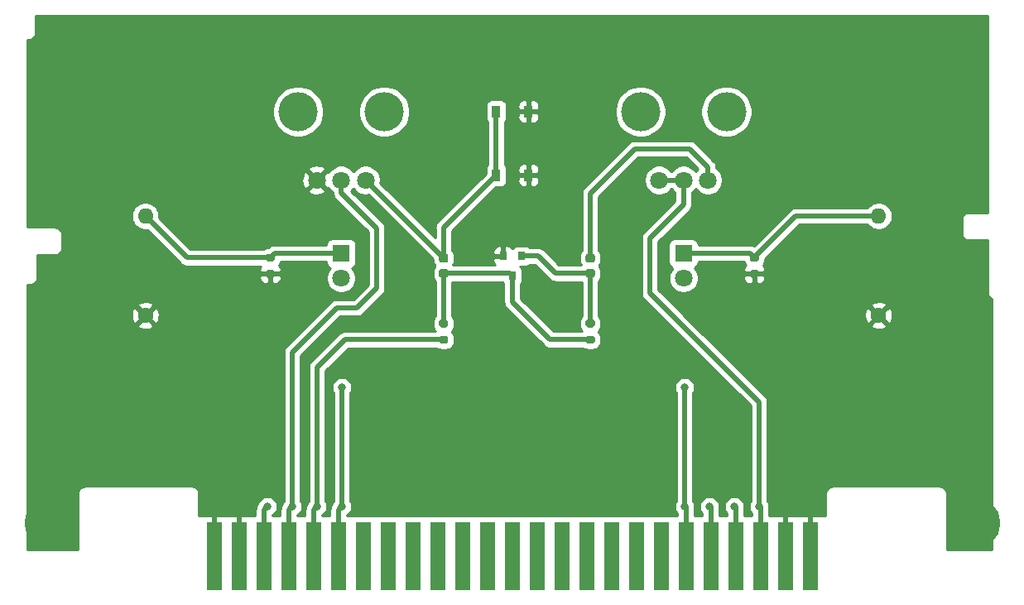
<source format=gbr>
G04 #@! TF.GenerationSoftware,KiCad,Pcbnew,(5.1.7)-1*
G04 #@! TF.CreationDate,2022-04-10T18:55:10-05:00*
G04 #@! TF.ProjectId,ConsolePedalDistortionSMT,436f6e73-6f6c-4655-9065-64616c446973,rev?*
G04 #@! TF.SameCoordinates,Original*
G04 #@! TF.FileFunction,Copper,L1,Top*
G04 #@! TF.FilePolarity,Positive*
%FSLAX46Y46*%
G04 Gerber Fmt 4.6, Leading zero omitted, Abs format (unit mm)*
G04 Created by KiCad (PCBNEW (5.1.7)-1) date 2022-04-10 18:55:10*
%MOMM*%
%LPD*%
G01*
G04 APERTURE LIST*
G04 #@! TA.AperFunction,ComponentPad*
%ADD10C,1.600000*%
G04 #@! TD*
G04 #@! TA.AperFunction,ComponentPad*
%ADD11O,1.600000X1.600000*%
G04 #@! TD*
G04 #@! TA.AperFunction,ComponentPad*
%ADD12R,1.800000X1.800000*%
G04 #@! TD*
G04 #@! TA.AperFunction,ComponentPad*
%ADD13C,1.800000*%
G04 #@! TD*
G04 #@! TA.AperFunction,WasherPad*
%ADD14C,4.000000*%
G04 #@! TD*
G04 #@! TA.AperFunction,ComponentPad*
%ADD15C,5.000000*%
G04 #@! TD*
G04 #@! TA.AperFunction,ConnectorPad*
%ADD16R,1.500000X7.000000*%
G04 #@! TD*
G04 #@! TA.AperFunction,SMDPad,CuDef*
%ADD17R,0.900000X1.200000*%
G04 #@! TD*
G04 #@! TA.AperFunction,SMDPad,CuDef*
%ADD18R,0.800000X0.900000*%
G04 #@! TD*
G04 #@! TA.AperFunction,ViaPad*
%ADD19C,0.800000*%
G04 #@! TD*
G04 #@! TA.AperFunction,Conductor*
%ADD20C,0.500000*%
G04 #@! TD*
G04 #@! TA.AperFunction,Conductor*
%ADD21C,0.254000*%
G04 #@! TD*
G04 #@! TA.AperFunction,Conductor*
%ADD22C,0.100000*%
G04 #@! TD*
G04 APERTURE END LIST*
D10*
G04 #@! TO.P,R5,1*
G04 #@! TO.N,GND*
X170215000Y-101350000D03*
D11*
G04 #@! TO.P,R5,2*
G04 #@! TO.N,Net-(D2-Pad1)*
X170215000Y-91190000D03*
G04 #@! TD*
D12*
G04 #@! TO.P,D1,1*
G04 #@! TO.N,Net-(D1-Pad1)*
X115250000Y-95000000D03*
D13*
G04 #@! TO.P,D1,2*
G04 #@! TO.N,/LEDPower*
X115250000Y-97540000D03*
G04 #@! TD*
G04 #@! TO.P,D2,2*
G04 #@! TO.N,/LEDPower*
X150250000Y-97540000D03*
D12*
G04 #@! TO.P,D2,1*
G04 #@! TO.N,Net-(D2-Pad1)*
X150250000Y-95000000D03*
G04 #@! TD*
D14*
G04 #@! TO.P,RV1,*
G04 #@! TO.N,*
X154650000Y-80500000D03*
X145850000Y-80500000D03*
D13*
G04 #@! TO.P,RV1,1*
G04 #@! TO.N,Net-(C1-Pad2)*
X152750000Y-87500000D03*
G04 #@! TO.P,RV1,2*
G04 #@! TO.N,/Input*
X150250000Y-87500000D03*
G04 #@! TO.P,RV1,3*
X147750000Y-87500000D03*
G04 #@! TD*
G04 #@! TO.P,RV2,3*
G04 #@! TO.N,GND*
X112750000Y-87500000D03*
G04 #@! TO.P,RV2,2*
G04 #@! TO.N,/Output*
X115250000Y-87500000D03*
G04 #@! TO.P,RV2,1*
G04 #@! TO.N,Net-(C2-Pad1)*
X117750000Y-87500000D03*
D14*
G04 #@! TO.P,RV2,*
G04 #@! TO.N,*
X110850000Y-80500000D03*
X119650000Y-80500000D03*
G04 #@! TD*
D15*
G04 #@! TO.P,H1,1*
G04 #@! TO.N,GND*
X85350000Y-122600000D03*
G04 #@! TD*
G04 #@! TO.P,H2,1*
G04 #@! TO.N,GND*
X180150000Y-122600000D03*
G04 #@! TD*
D16*
G04 #@! TO.P,J1,25*
G04 #@! TO.N,GND*
X163230000Y-126000000D03*
G04 #@! TO.P,J1,24*
X160690000Y-126000000D03*
G04 #@! TO.P,J1,23*
G04 #@! TO.N,/Input*
X158150000Y-126000000D03*
G04 #@! TO.P,J1,22*
G04 #@! TO.N,/Output*
X155610000Y-126000000D03*
G04 #@! TO.P,J1,21*
G04 #@! TO.N,+9V*
X153070000Y-126000000D03*
G04 #@! TO.P,J1,20*
G04 #@! TO.N,/LEDPower*
X150530000Y-126000000D03*
G04 #@! TO.P,J1,19*
G04 #@! TO.N,N/C*
X147990000Y-126000000D03*
G04 #@! TO.P,J1,18*
X145450000Y-126000000D03*
G04 #@! TO.P,J1,17*
X142910000Y-126000000D03*
G04 #@! TO.P,J1,16*
X140370000Y-126000000D03*
G04 #@! TO.P,J1,15*
X137830000Y-126000000D03*
G04 #@! TO.P,J1,14*
X135290000Y-126000000D03*
G04 #@! TO.P,J1,13*
X132750000Y-126000000D03*
G04 #@! TO.P,J1,12*
X130210000Y-126000000D03*
G04 #@! TO.P,J1,11*
X127670000Y-126000000D03*
G04 #@! TO.P,J1,10*
X125130000Y-126000000D03*
G04 #@! TO.P,J1,9*
X122590000Y-126000000D03*
G04 #@! TO.P,J1,8*
X120050000Y-126000000D03*
G04 #@! TO.P,J1,7*
X117510000Y-126000000D03*
G04 #@! TO.P,J1,6*
G04 #@! TO.N,/LEDPower*
X114970000Y-126000000D03*
G04 #@! TO.P,J1,5*
G04 #@! TO.N,+9V*
X112430000Y-126000000D03*
G04 #@! TO.P,J1,4*
G04 #@! TO.N,/Output*
X109890000Y-126000000D03*
G04 #@! TO.P,J1,3*
G04 #@! TO.N,/Input*
X107350000Y-126000000D03*
G04 #@! TO.P,J1,2*
G04 #@! TO.N,GND*
X104810000Y-126000000D03*
G04 #@! TO.P,J1,1*
X102270000Y-126000000D03*
G04 #@! TD*
G04 #@! TO.P,C1,2*
G04 #@! TO.N,Net-(C1-Pad2)*
G04 #@! TA.AperFunction,SMDPad,CuDef*
G36*
G01*
X140975000Y-95945000D02*
X140475000Y-95945000D01*
G75*
G02*
X140250000Y-95720000I0J225000D01*
G01*
X140250000Y-95270000D01*
G75*
G02*
X140475000Y-95045000I225000J0D01*
G01*
X140975000Y-95045000D01*
G75*
G02*
X141200000Y-95270000I0J-225000D01*
G01*
X141200000Y-95720000D01*
G75*
G02*
X140975000Y-95945000I-225000J0D01*
G01*
G37*
G04 #@! TD.AperFunction*
G04 #@! TO.P,C1,1*
G04 #@! TO.N,Net-(C1-Pad1)*
G04 #@! TA.AperFunction,SMDPad,CuDef*
G36*
G01*
X140975000Y-97495000D02*
X140475000Y-97495000D01*
G75*
G02*
X140250000Y-97270000I0J225000D01*
G01*
X140250000Y-96820000D01*
G75*
G02*
X140475000Y-96595000I225000J0D01*
G01*
X140975000Y-96595000D01*
G75*
G02*
X141200000Y-96820000I0J-225000D01*
G01*
X141200000Y-97270000D01*
G75*
G02*
X140975000Y-97495000I-225000J0D01*
G01*
G37*
G04 #@! TD.AperFunction*
G04 #@! TD*
G04 #@! TO.P,C2,1*
G04 #@! TO.N,Net-(C2-Pad1)*
G04 #@! TA.AperFunction,SMDPad,CuDef*
G36*
G01*
X125475000Y-95045000D02*
X125975000Y-95045000D01*
G75*
G02*
X126200000Y-95270000I0J-225000D01*
G01*
X126200000Y-95720000D01*
G75*
G02*
X125975000Y-95945000I-225000J0D01*
G01*
X125475000Y-95945000D01*
G75*
G02*
X125250000Y-95720000I0J225000D01*
G01*
X125250000Y-95270000D01*
G75*
G02*
X125475000Y-95045000I225000J0D01*
G01*
G37*
G04 #@! TD.AperFunction*
G04 #@! TO.P,C2,2*
G04 #@! TO.N,Net-(C2-Pad2)*
G04 #@! TA.AperFunction,SMDPad,CuDef*
G36*
G01*
X125475000Y-96595000D02*
X125975000Y-96595000D01*
G75*
G02*
X126200000Y-96820000I0J-225000D01*
G01*
X126200000Y-97270000D01*
G75*
G02*
X125975000Y-97495000I-225000J0D01*
G01*
X125475000Y-97495000D01*
G75*
G02*
X125250000Y-97270000I0J225000D01*
G01*
X125250000Y-96820000D01*
G75*
G02*
X125475000Y-96595000I225000J0D01*
G01*
G37*
G04 #@! TD.AperFunction*
G04 #@! TD*
D17*
G04 #@! TO.P,D3,1*
G04 #@! TO.N,Net-(C2-Pad1)*
X131100000Y-80500000D03*
G04 #@! TO.P,D3,2*
G04 #@! TO.N,GND*
X134400000Y-80500000D03*
G04 #@! TD*
G04 #@! TO.P,D4,2*
G04 #@! TO.N,Net-(C2-Pad1)*
X131100000Y-87000000D03*
G04 #@! TO.P,D4,1*
G04 #@! TO.N,GND*
X134400000Y-87000000D03*
G04 #@! TD*
D18*
G04 #@! TO.P,Q1,1*
G04 #@! TO.N,Net-(C1-Pad1)*
X133700000Y-95270000D03*
G04 #@! TO.P,Q1,2*
G04 #@! TO.N,GND*
X131800000Y-95270000D03*
G04 #@! TO.P,Q1,3*
G04 #@! TO.N,Net-(C2-Pad2)*
X132750000Y-97270000D03*
G04 #@! TD*
G04 #@! TO.P,R1,1*
G04 #@! TO.N,Net-(C1-Pad1)*
G04 #@! TA.AperFunction,SMDPad,CuDef*
G36*
G01*
X140450000Y-101775000D02*
X141000000Y-101775000D01*
G75*
G02*
X141200000Y-101975000I0J-200000D01*
G01*
X141200000Y-102375000D01*
G75*
G02*
X141000000Y-102575000I-200000J0D01*
G01*
X140450000Y-102575000D01*
G75*
G02*
X140250000Y-102375000I0J200000D01*
G01*
X140250000Y-101975000D01*
G75*
G02*
X140450000Y-101775000I200000J0D01*
G01*
G37*
G04 #@! TD.AperFunction*
G04 #@! TO.P,R1,2*
G04 #@! TO.N,Net-(C2-Pad2)*
G04 #@! TA.AperFunction,SMDPad,CuDef*
G36*
G01*
X140450000Y-103425000D02*
X141000000Y-103425000D01*
G75*
G02*
X141200000Y-103625000I0J-200000D01*
G01*
X141200000Y-104025000D01*
G75*
G02*
X141000000Y-104225000I-200000J0D01*
G01*
X140450000Y-104225000D01*
G75*
G02*
X140250000Y-104025000I0J200000D01*
G01*
X140250000Y-103625000D01*
G75*
G02*
X140450000Y-103425000I200000J0D01*
G01*
G37*
G04 #@! TD.AperFunction*
G04 #@! TD*
G04 #@! TO.P,R2,2*
G04 #@! TO.N,Net-(C2-Pad2)*
G04 #@! TA.AperFunction,SMDPad,CuDef*
G36*
G01*
X126000000Y-102575000D02*
X125450000Y-102575000D01*
G75*
G02*
X125250000Y-102375000I0J200000D01*
G01*
X125250000Y-101975000D01*
G75*
G02*
X125450000Y-101775000I200000J0D01*
G01*
X126000000Y-101775000D01*
G75*
G02*
X126200000Y-101975000I0J-200000D01*
G01*
X126200000Y-102375000D01*
G75*
G02*
X126000000Y-102575000I-200000J0D01*
G01*
G37*
G04 #@! TD.AperFunction*
G04 #@! TO.P,R2,1*
G04 #@! TO.N,+9V*
G04 #@! TA.AperFunction,SMDPad,CuDef*
G36*
G01*
X126000000Y-104225000D02*
X125450000Y-104225000D01*
G75*
G02*
X125250000Y-104025000I0J200000D01*
G01*
X125250000Y-103625000D01*
G75*
G02*
X125450000Y-103425000I200000J0D01*
G01*
X126000000Y-103425000D01*
G75*
G02*
X126200000Y-103625000I0J-200000D01*
G01*
X126200000Y-104025000D01*
G75*
G02*
X126000000Y-104225000I-200000J0D01*
G01*
G37*
G04 #@! TD.AperFunction*
G04 #@! TD*
G04 #@! TO.P,R3,1*
G04 #@! TO.N,GND*
G04 #@! TA.AperFunction,SMDPad,CuDef*
G36*
G01*
X108275000Y-97495000D02*
X107725000Y-97495000D01*
G75*
G02*
X107525000Y-97295000I0J200000D01*
G01*
X107525000Y-96895000D01*
G75*
G02*
X107725000Y-96695000I200000J0D01*
G01*
X108275000Y-96695000D01*
G75*
G02*
X108475000Y-96895000I0J-200000D01*
G01*
X108475000Y-97295000D01*
G75*
G02*
X108275000Y-97495000I-200000J0D01*
G01*
G37*
G04 #@! TD.AperFunction*
G04 #@! TO.P,R3,2*
G04 #@! TO.N,Net-(D1-Pad1)*
G04 #@! TA.AperFunction,SMDPad,CuDef*
G36*
G01*
X108275000Y-95845000D02*
X107725000Y-95845000D01*
G75*
G02*
X107525000Y-95645000I0J200000D01*
G01*
X107525000Y-95245000D01*
G75*
G02*
X107725000Y-95045000I200000J0D01*
G01*
X108275000Y-95045000D01*
G75*
G02*
X108475000Y-95245000I0J-200000D01*
G01*
X108475000Y-95645000D01*
G75*
G02*
X108275000Y-95845000I-200000J0D01*
G01*
G37*
G04 #@! TD.AperFunction*
G04 #@! TD*
D10*
G04 #@! TO.P,R4,1*
G04 #@! TO.N,GND*
X95215000Y-101350000D03*
D11*
G04 #@! TO.P,R4,2*
G04 #@! TO.N,Net-(D1-Pad1)*
X95215000Y-91190000D03*
G04 #@! TD*
G04 #@! TO.P,R6,2*
G04 #@! TO.N,Net-(D2-Pad1)*
G04 #@! TA.AperFunction,SMDPad,CuDef*
G36*
G01*
X157775000Y-95845000D02*
X157225000Y-95845000D01*
G75*
G02*
X157025000Y-95645000I0J200000D01*
G01*
X157025000Y-95245000D01*
G75*
G02*
X157225000Y-95045000I200000J0D01*
G01*
X157775000Y-95045000D01*
G75*
G02*
X157975000Y-95245000I0J-200000D01*
G01*
X157975000Y-95645000D01*
G75*
G02*
X157775000Y-95845000I-200000J0D01*
G01*
G37*
G04 #@! TD.AperFunction*
G04 #@! TO.P,R6,1*
G04 #@! TO.N,GND*
G04 #@! TA.AperFunction,SMDPad,CuDef*
G36*
G01*
X157775000Y-97495000D02*
X157225000Y-97495000D01*
G75*
G02*
X157025000Y-97295000I0J200000D01*
G01*
X157025000Y-96895000D01*
G75*
G02*
X157225000Y-96695000I200000J0D01*
G01*
X157775000Y-96695000D01*
G75*
G02*
X157975000Y-96895000I0J-200000D01*
G01*
X157975000Y-97295000D01*
G75*
G02*
X157775000Y-97495000I-200000J0D01*
G01*
G37*
G04 #@! TD.AperFunction*
G04 #@! TD*
D19*
G04 #@! TO.N,GND*
X160528000Y-120904000D03*
X163068000Y-120904000D03*
X105156000Y-120904000D03*
X102616000Y-120904000D03*
X121920000Y-99568000D03*
X137160000Y-99568000D03*
X125476000Y-106172000D03*
X141224000Y-106172000D03*
X144272000Y-90932000D03*
G04 #@! TO.N,/LEDPower*
X150368000Y-120904000D03*
X115316000Y-120904000D03*
X150368000Y-108712000D03*
X115316000Y-108712000D03*
G04 #@! TO.N,/Input*
X157988000Y-120904000D03*
X107696000Y-120904000D03*
G04 #@! TO.N,/Output*
X155448000Y-120904000D03*
X110236000Y-120904000D03*
G04 #@! TO.N,+9V*
X152908000Y-120904000D03*
X112776000Y-120904000D03*
G04 #@! TD*
D20*
G04 #@! TO.N,GND*
X160690000Y-121066000D02*
X160528000Y-120904000D01*
X160690000Y-126000000D02*
X160690000Y-121066000D01*
X163230000Y-121066000D02*
X163068000Y-120904000D01*
X163230000Y-126000000D02*
X163230000Y-121066000D01*
X104810000Y-126000000D02*
X104810000Y-121250000D01*
X104810000Y-121250000D02*
X105156000Y-120904000D01*
X102270000Y-121250000D02*
X102616000Y-120904000D01*
X102270000Y-126000000D02*
X102270000Y-121250000D01*
G04 #@! TO.N,Net-(C1-Pad1)*
X133700000Y-95270000D02*
X135402000Y-95270000D01*
X137177000Y-97045000D02*
X140725000Y-97045000D01*
X135402000Y-95270000D02*
X137177000Y-97045000D01*
X140725000Y-97045000D02*
X140725000Y-102175000D01*
G04 #@! TO.N,Net-(C1-Pad2)*
X152750000Y-87500000D02*
X152750000Y-86202000D01*
X152750000Y-86202000D02*
X150876000Y-84328000D01*
X150876000Y-84328000D02*
X145288000Y-84328000D01*
X140725000Y-88891000D02*
X140725000Y-95495000D01*
X145288000Y-84328000D02*
X140725000Y-88891000D01*
G04 #@! TO.N,Net-(C2-Pad2)*
X140725000Y-103825000D02*
X136591000Y-103825000D01*
X132750000Y-99984000D02*
X132750000Y-97270000D01*
X136591000Y-103825000D02*
X132750000Y-99984000D01*
X125725000Y-97045000D02*
X125725000Y-102175000D01*
X132525000Y-97045000D02*
X132750000Y-97270000D01*
X125725000Y-97045000D02*
X132525000Y-97045000D01*
G04 #@! TO.N,Net-(C2-Pad1)*
X125725000Y-92375000D02*
X131100000Y-87000000D01*
X125725000Y-95495000D02*
X125725000Y-92375000D01*
X125725000Y-95475000D02*
X125725000Y-95495000D01*
X117750000Y-87500000D02*
X125725000Y-95475000D01*
X131100000Y-87000000D02*
X131100000Y-80500000D01*
G04 #@! TO.N,/LEDPower*
X150530000Y-121066000D02*
X150368000Y-120904000D01*
X150530000Y-126000000D02*
X150530000Y-121066000D01*
X114970000Y-121250000D02*
X115316000Y-120904000D01*
X114970000Y-126000000D02*
X114970000Y-121250000D01*
X150368000Y-120904000D02*
X150368000Y-108712000D01*
X115316000Y-120904000D02*
X115316000Y-108712000D01*
G04 #@! TO.N,/Input*
X158150000Y-121066000D02*
X157988000Y-120904000D01*
X158150000Y-126000000D02*
X158150000Y-121066000D01*
X107350000Y-121250000D02*
X107696000Y-120904000D01*
X107350000Y-126000000D02*
X107350000Y-121250000D01*
X147750000Y-87500000D02*
X150250000Y-87500000D01*
X150250000Y-87500000D02*
X150250000Y-90034000D01*
X150250000Y-90034000D02*
X146812000Y-93472000D01*
X146812000Y-93472000D02*
X146812000Y-99060000D01*
X157988000Y-110236000D02*
X157988000Y-120904000D01*
X146812000Y-99060000D02*
X157988000Y-110236000D01*
G04 #@! TO.N,/Output*
X155610000Y-121066000D02*
X155448000Y-120904000D01*
X155610000Y-126000000D02*
X155610000Y-121066000D01*
X109890000Y-121250000D02*
X110236000Y-120904000D01*
X109890000Y-126000000D02*
X109890000Y-121250000D01*
X110236000Y-120904000D02*
X110236000Y-105156000D01*
X110236000Y-105156000D02*
X114808000Y-100584000D01*
X114808000Y-100584000D02*
X116840000Y-100584000D01*
X116840000Y-100584000D02*
X118872000Y-98552000D01*
X118872000Y-98552000D02*
X118872000Y-92456000D01*
X115250000Y-88834000D02*
X115250000Y-87500000D01*
X118872000Y-92456000D02*
X115250000Y-88834000D01*
G04 #@! TO.N,+9V*
X153070000Y-121066000D02*
X152908000Y-120904000D01*
X153070000Y-126000000D02*
X153070000Y-121066000D01*
X112430000Y-121250000D02*
X112776000Y-120904000D01*
X112430000Y-126000000D02*
X112430000Y-121250000D01*
X125725000Y-103825000D02*
X115631000Y-103825000D01*
X112776000Y-106680000D02*
X112776000Y-120904000D01*
X115631000Y-103825000D02*
X112776000Y-106680000D01*
G04 #@! TO.N,Net-(D1-Pad1)*
X99470000Y-95445000D02*
X95215000Y-91190000D01*
X108000000Y-95445000D02*
X99470000Y-95445000D01*
X108445000Y-95000000D02*
X108000000Y-95445000D01*
X115250000Y-95000000D02*
X108445000Y-95000000D01*
G04 #@! TO.N,Net-(D2-Pad1)*
X161755000Y-91190000D02*
X157500000Y-95445000D01*
X170215000Y-91190000D02*
X161755000Y-91190000D01*
X157055000Y-95000000D02*
X157500000Y-95445000D01*
X150250000Y-95000000D02*
X157055000Y-95000000D01*
G04 #@! TD*
D21*
G04 #@! TO.N,GND*
X181323001Y-90823000D02*
X179433252Y-90823000D01*
X179400000Y-90819725D01*
X179366748Y-90823000D01*
X179267285Y-90832796D01*
X179139670Y-90871508D01*
X179022059Y-90934372D01*
X178918973Y-91018973D01*
X178834372Y-91122059D01*
X178771508Y-91239670D01*
X178732796Y-91367285D01*
X178719725Y-91500000D01*
X178723001Y-91533262D01*
X178723000Y-92966747D01*
X178719725Y-93000000D01*
X178732796Y-93132715D01*
X178771508Y-93260330D01*
X178834372Y-93377941D01*
X178918973Y-93481027D01*
X179022059Y-93565628D01*
X179139670Y-93628492D01*
X179267285Y-93667204D01*
X179400000Y-93680275D01*
X179433252Y-93677000D01*
X181323000Y-93677000D01*
X181323001Y-98966738D01*
X181319725Y-99000000D01*
X181332796Y-99132715D01*
X181371508Y-99260330D01*
X181434372Y-99377941D01*
X181518973Y-99481027D01*
X181622059Y-99565628D01*
X181739670Y-99628492D01*
X181823001Y-99653770D01*
X181823000Y-125323000D01*
X177177000Y-125323000D01*
X177177000Y-119533252D01*
X177180275Y-119500000D01*
X177167204Y-119367285D01*
X177128492Y-119239670D01*
X177065628Y-119122059D01*
X176981027Y-119018973D01*
X176877941Y-118934372D01*
X176760330Y-118871508D01*
X176632715Y-118832796D01*
X176533252Y-118823000D01*
X176500000Y-118819725D01*
X176466748Y-118823000D01*
X165513252Y-118823000D01*
X165480000Y-118819725D01*
X165446748Y-118823000D01*
X165347285Y-118832796D01*
X165219670Y-118871508D01*
X165102059Y-118934372D01*
X164998973Y-119018973D01*
X164914372Y-119122059D01*
X164851508Y-119239670D01*
X164812796Y-119367285D01*
X164799725Y-119500000D01*
X164803001Y-119533262D01*
X164803001Y-121793000D01*
X159027000Y-121793000D01*
X159027000Y-121109079D01*
X159031243Y-121066000D01*
X159015000Y-120901084D01*
X159015000Y-120802849D01*
X158975533Y-120604435D01*
X158898115Y-120417533D01*
X158865000Y-120367973D01*
X158865000Y-110279079D01*
X158869243Y-110236000D01*
X158852310Y-110064077D01*
X158802162Y-109898763D01*
X158720727Y-109746408D01*
X158611133Y-109612867D01*
X158577675Y-109585409D01*
X151334968Y-102342702D01*
X169401903Y-102342702D01*
X169473486Y-102586671D01*
X169728996Y-102707571D01*
X170003184Y-102776300D01*
X170285512Y-102790217D01*
X170565130Y-102748787D01*
X170831292Y-102653603D01*
X170956514Y-102586671D01*
X171028097Y-102342702D01*
X170215000Y-101529605D01*
X169401903Y-102342702D01*
X151334968Y-102342702D01*
X150412778Y-101420512D01*
X168774783Y-101420512D01*
X168816213Y-101700130D01*
X168911397Y-101966292D01*
X168978329Y-102091514D01*
X169222298Y-102163097D01*
X170035395Y-101350000D01*
X170394605Y-101350000D01*
X171207702Y-102163097D01*
X171451671Y-102091514D01*
X171572571Y-101836004D01*
X171641300Y-101561816D01*
X171655217Y-101279488D01*
X171613787Y-100999870D01*
X171518603Y-100733708D01*
X171451671Y-100608486D01*
X171207702Y-100536903D01*
X170394605Y-101350000D01*
X170035395Y-101350000D01*
X169222298Y-100536903D01*
X168978329Y-100608486D01*
X168857429Y-100863996D01*
X168788700Y-101138184D01*
X168774783Y-101420512D01*
X150412778Y-101420512D01*
X149349564Y-100357298D01*
X169401903Y-100357298D01*
X170215000Y-101170395D01*
X171028097Y-100357298D01*
X170956514Y-100113329D01*
X170701004Y-99992429D01*
X170426816Y-99923700D01*
X170144488Y-99909783D01*
X169864870Y-99951213D01*
X169598708Y-100046397D01*
X169473486Y-100113329D01*
X169401903Y-100357298D01*
X149349564Y-100357298D01*
X147689000Y-98696735D01*
X147689000Y-94100000D01*
X148719967Y-94100000D01*
X148719967Y-95900000D01*
X148732073Y-96022913D01*
X148767925Y-96141103D01*
X148826147Y-96250028D01*
X148904499Y-96345501D01*
X148999972Y-96423853D01*
X149108897Y-96482075D01*
X149139221Y-96491274D01*
X149063901Y-96566594D01*
X148896790Y-96816694D01*
X148781681Y-97094590D01*
X148723000Y-97389604D01*
X148723000Y-97690396D01*
X148781681Y-97985410D01*
X148896790Y-98263306D01*
X149063901Y-98513406D01*
X149276594Y-98726099D01*
X149526694Y-98893210D01*
X149804590Y-99008319D01*
X150099604Y-99067000D01*
X150400396Y-99067000D01*
X150695410Y-99008319D01*
X150973306Y-98893210D01*
X151223406Y-98726099D01*
X151436099Y-98513406D01*
X151603210Y-98263306D01*
X151718319Y-97985410D01*
X151777000Y-97690396D01*
X151777000Y-97495000D01*
X156386928Y-97495000D01*
X156399188Y-97619482D01*
X156435498Y-97739180D01*
X156494463Y-97849494D01*
X156573815Y-97946185D01*
X156670506Y-98025537D01*
X156780820Y-98084502D01*
X156900518Y-98120812D01*
X157025000Y-98133072D01*
X157214250Y-98130000D01*
X157373000Y-97971250D01*
X157373000Y-97222000D01*
X157627000Y-97222000D01*
X157627000Y-97971250D01*
X157785750Y-98130000D01*
X157975000Y-98133072D01*
X158099482Y-98120812D01*
X158219180Y-98084502D01*
X158329494Y-98025537D01*
X158426185Y-97946185D01*
X158505537Y-97849494D01*
X158564502Y-97739180D01*
X158600812Y-97619482D01*
X158613072Y-97495000D01*
X158610000Y-97380750D01*
X158451250Y-97222000D01*
X157627000Y-97222000D01*
X157373000Y-97222000D01*
X156548750Y-97222000D01*
X156390000Y-97380750D01*
X156386928Y-97495000D01*
X151777000Y-97495000D01*
X151777000Y-97389604D01*
X151718319Y-97094590D01*
X151603210Y-96816694D01*
X151436099Y-96566594D01*
X151360779Y-96491274D01*
X151391103Y-96482075D01*
X151500028Y-96423853D01*
X151595501Y-96345501D01*
X151673853Y-96250028D01*
X151732075Y-96141103D01*
X151767927Y-96022913D01*
X151780033Y-95900000D01*
X151780033Y-95877000D01*
X156432171Y-95877000D01*
X156458149Y-95962640D01*
X156534853Y-96106142D01*
X156618047Y-96207515D01*
X156573815Y-96243815D01*
X156494463Y-96340506D01*
X156435498Y-96450820D01*
X156399188Y-96570518D01*
X156386928Y-96695000D01*
X156390000Y-96809250D01*
X156548750Y-96968000D01*
X157373000Y-96968000D01*
X157373000Y-96948000D01*
X157627000Y-96948000D01*
X157627000Y-96968000D01*
X158451250Y-96968000D01*
X158610000Y-96809250D01*
X158613072Y-96695000D01*
X158600812Y-96570518D01*
X158564502Y-96450820D01*
X158505537Y-96340506D01*
X158426185Y-96243815D01*
X158381953Y-96207515D01*
X158465147Y-96106142D01*
X158541851Y-95962640D01*
X158589084Y-95806931D01*
X158605033Y-95645000D01*
X158605033Y-95580232D01*
X162118265Y-92067000D01*
X169084753Y-92067000D01*
X169106576Y-92099660D01*
X169305340Y-92298424D01*
X169539062Y-92454591D01*
X169798759Y-92562162D01*
X170074453Y-92617000D01*
X170355547Y-92617000D01*
X170631241Y-92562162D01*
X170890938Y-92454591D01*
X171124660Y-92298424D01*
X171323424Y-92099660D01*
X171479591Y-91865938D01*
X171587162Y-91606241D01*
X171642000Y-91330547D01*
X171642000Y-91049453D01*
X171587162Y-90773759D01*
X171479591Y-90514062D01*
X171323424Y-90280340D01*
X171124660Y-90081576D01*
X170890938Y-89925409D01*
X170631241Y-89817838D01*
X170355547Y-89763000D01*
X170074453Y-89763000D01*
X169798759Y-89817838D01*
X169539062Y-89925409D01*
X169305340Y-90081576D01*
X169106576Y-90280340D01*
X169084753Y-90313000D01*
X161798079Y-90313000D01*
X161755000Y-90308757D01*
X161583077Y-90325690D01*
X161432930Y-90371237D01*
X161417763Y-90375838D01*
X161265408Y-90457273D01*
X161131867Y-90566867D01*
X161104403Y-90600332D01*
X157474778Y-94229957D01*
X157392237Y-94185838D01*
X157226922Y-94135690D01*
X157098079Y-94123000D01*
X157055000Y-94118757D01*
X157011921Y-94123000D01*
X151780033Y-94123000D01*
X151780033Y-94100000D01*
X151767927Y-93977087D01*
X151732075Y-93858897D01*
X151673853Y-93749972D01*
X151595501Y-93654499D01*
X151500028Y-93576147D01*
X151391103Y-93517925D01*
X151272913Y-93482073D01*
X151150000Y-93469967D01*
X149350000Y-93469967D01*
X149227087Y-93482073D01*
X149108897Y-93517925D01*
X148999972Y-93576147D01*
X148904499Y-93654499D01*
X148826147Y-93749972D01*
X148767925Y-93858897D01*
X148732073Y-93977087D01*
X148719967Y-94100000D01*
X147689000Y-94100000D01*
X147689000Y-93835265D01*
X150839668Y-90684597D01*
X150873133Y-90657133D01*
X150982727Y-90523592D01*
X151064162Y-90371237D01*
X151114310Y-90205922D01*
X151127000Y-90077079D01*
X151127000Y-90077070D01*
X151131242Y-90034001D01*
X151127000Y-89990931D01*
X151127000Y-88750515D01*
X151223406Y-88686099D01*
X151436099Y-88473406D01*
X151500000Y-88377771D01*
X151563901Y-88473406D01*
X151776594Y-88686099D01*
X152026694Y-88853210D01*
X152304590Y-88968319D01*
X152599604Y-89027000D01*
X152900396Y-89027000D01*
X153195410Y-88968319D01*
X153473306Y-88853210D01*
X153723406Y-88686099D01*
X153936099Y-88473406D01*
X154103210Y-88223306D01*
X154218319Y-87945410D01*
X154277000Y-87650396D01*
X154277000Y-87349604D01*
X154218319Y-87054590D01*
X154103210Y-86776694D01*
X153936099Y-86526594D01*
X153723406Y-86313901D01*
X153627000Y-86249485D01*
X153627000Y-86245069D01*
X153631242Y-86201999D01*
X153627000Y-86158930D01*
X153627000Y-86158921D01*
X153614310Y-86030078D01*
X153564162Y-85864763D01*
X153482727Y-85712408D01*
X153373133Y-85578867D01*
X153339668Y-85551403D01*
X151526597Y-83738332D01*
X151499133Y-83704867D01*
X151365592Y-83595273D01*
X151213237Y-83513838D01*
X151047922Y-83463690D01*
X150919079Y-83451000D01*
X150876000Y-83446757D01*
X150832921Y-83451000D01*
X145331069Y-83451000D01*
X145287999Y-83446758D01*
X145244930Y-83451000D01*
X145244921Y-83451000D01*
X145116078Y-83463690D01*
X144950763Y-83513838D01*
X144798408Y-83595273D01*
X144664867Y-83704867D01*
X144637403Y-83738332D01*
X140135332Y-88240403D01*
X140101867Y-88267867D01*
X140074406Y-88301329D01*
X139992274Y-88401408D01*
X139910838Y-88553764D01*
X139860690Y-88719078D01*
X139843757Y-88891000D01*
X139848000Y-88934080D01*
X139848001Y-94692694D01*
X139764066Y-94794969D01*
X139685053Y-94942793D01*
X139636396Y-95103191D01*
X139619967Y-95270000D01*
X139619967Y-95720000D01*
X139636396Y-95886809D01*
X139685053Y-96047207D01*
X139749618Y-96168000D01*
X137540266Y-96168000D01*
X136052597Y-94680332D01*
X136025133Y-94646867D01*
X135891592Y-94537273D01*
X135739237Y-94455838D01*
X135573922Y-94405690D01*
X135445079Y-94393000D01*
X135402000Y-94388757D01*
X135358921Y-94393000D01*
X134560684Y-94393000D01*
X134545501Y-94374499D01*
X134450028Y-94296147D01*
X134341103Y-94237925D01*
X134222913Y-94202073D01*
X134100000Y-94189967D01*
X133300000Y-94189967D01*
X133177087Y-94202073D01*
X133058897Y-94237925D01*
X132949972Y-94296147D01*
X132854499Y-94374499D01*
X132776147Y-94469972D01*
X132754536Y-94510404D01*
X132730537Y-94465506D01*
X132651185Y-94368815D01*
X132554494Y-94289463D01*
X132444180Y-94230498D01*
X132324482Y-94194188D01*
X132200000Y-94181928D01*
X132085750Y-94185000D01*
X131927000Y-94343750D01*
X131927000Y-95143000D01*
X131947000Y-95143000D01*
X131947000Y-95397000D01*
X131927000Y-95397000D01*
X131927000Y-95417000D01*
X131673000Y-95417000D01*
X131673000Y-95397000D01*
X130923750Y-95397000D01*
X130765000Y-95555750D01*
X130761928Y-95720000D01*
X130774188Y-95844482D01*
X130810498Y-95964180D01*
X130869463Y-96074494D01*
X130946201Y-96168000D01*
X126700382Y-96168000D01*
X126764947Y-96047207D01*
X126813604Y-95886809D01*
X126830033Y-95720000D01*
X126830033Y-95270000D01*
X126813604Y-95103191D01*
X126764947Y-94942793D01*
X126699314Y-94820000D01*
X130761928Y-94820000D01*
X130765000Y-94984250D01*
X130923750Y-95143000D01*
X131673000Y-95143000D01*
X131673000Y-94343750D01*
X131514250Y-94185000D01*
X131400000Y-94181928D01*
X131275518Y-94194188D01*
X131155820Y-94230498D01*
X131045506Y-94289463D01*
X130948815Y-94368815D01*
X130869463Y-94465506D01*
X130810498Y-94575820D01*
X130774188Y-94695518D01*
X130761928Y-94820000D01*
X126699314Y-94820000D01*
X126685934Y-94794969D01*
X126602000Y-94692695D01*
X126602000Y-92738265D01*
X131110233Y-88230033D01*
X131550000Y-88230033D01*
X131672913Y-88217927D01*
X131791103Y-88182075D01*
X131900028Y-88123853D01*
X131995501Y-88045501D01*
X132073853Y-87950028D01*
X132132075Y-87841103D01*
X132167927Y-87722913D01*
X132180033Y-87600000D01*
X133311928Y-87600000D01*
X133324188Y-87724482D01*
X133360498Y-87844180D01*
X133419463Y-87954494D01*
X133498815Y-88051185D01*
X133595506Y-88130537D01*
X133705820Y-88189502D01*
X133825518Y-88225812D01*
X133950000Y-88238072D01*
X134114250Y-88235000D01*
X134273000Y-88076250D01*
X134273000Y-87127000D01*
X134527000Y-87127000D01*
X134527000Y-88076250D01*
X134685750Y-88235000D01*
X134850000Y-88238072D01*
X134974482Y-88225812D01*
X135094180Y-88189502D01*
X135204494Y-88130537D01*
X135301185Y-88051185D01*
X135380537Y-87954494D01*
X135439502Y-87844180D01*
X135475812Y-87724482D01*
X135488072Y-87600000D01*
X135485000Y-87285750D01*
X135326250Y-87127000D01*
X134527000Y-87127000D01*
X134273000Y-87127000D01*
X133473750Y-87127000D01*
X133315000Y-87285750D01*
X133311928Y-87600000D01*
X132180033Y-87600000D01*
X132180033Y-86400000D01*
X133311928Y-86400000D01*
X133315000Y-86714250D01*
X133473750Y-86873000D01*
X134273000Y-86873000D01*
X134273000Y-85923750D01*
X134527000Y-85923750D01*
X134527000Y-86873000D01*
X135326250Y-86873000D01*
X135485000Y-86714250D01*
X135488072Y-86400000D01*
X135475812Y-86275518D01*
X135439502Y-86155820D01*
X135380537Y-86045506D01*
X135301185Y-85948815D01*
X135204494Y-85869463D01*
X135094180Y-85810498D01*
X134974482Y-85774188D01*
X134850000Y-85761928D01*
X134685750Y-85765000D01*
X134527000Y-85923750D01*
X134273000Y-85923750D01*
X134114250Y-85765000D01*
X133950000Y-85761928D01*
X133825518Y-85774188D01*
X133705820Y-85810498D01*
X133595506Y-85869463D01*
X133498815Y-85948815D01*
X133419463Y-86045506D01*
X133360498Y-86155820D01*
X133324188Y-86275518D01*
X133311928Y-86400000D01*
X132180033Y-86400000D01*
X132167927Y-86277087D01*
X132132075Y-86158897D01*
X132073853Y-86049972D01*
X131995501Y-85954499D01*
X131977000Y-85939316D01*
X131977000Y-81560684D01*
X131995501Y-81545501D01*
X132073853Y-81450028D01*
X132132075Y-81341103D01*
X132167927Y-81222913D01*
X132180033Y-81100000D01*
X133311928Y-81100000D01*
X133324188Y-81224482D01*
X133360498Y-81344180D01*
X133419463Y-81454494D01*
X133498815Y-81551185D01*
X133595506Y-81630537D01*
X133705820Y-81689502D01*
X133825518Y-81725812D01*
X133950000Y-81738072D01*
X134114250Y-81735000D01*
X134273000Y-81576250D01*
X134273000Y-80627000D01*
X134527000Y-80627000D01*
X134527000Y-81576250D01*
X134685750Y-81735000D01*
X134850000Y-81738072D01*
X134974482Y-81725812D01*
X135094180Y-81689502D01*
X135204494Y-81630537D01*
X135301185Y-81551185D01*
X135380537Y-81454494D01*
X135439502Y-81344180D01*
X135475812Y-81224482D01*
X135488072Y-81100000D01*
X135485000Y-80785750D01*
X135326250Y-80627000D01*
X134527000Y-80627000D01*
X134273000Y-80627000D01*
X133473750Y-80627000D01*
X133315000Y-80785750D01*
X133311928Y-81100000D01*
X132180033Y-81100000D01*
X132180033Y-79900000D01*
X133311928Y-79900000D01*
X133315000Y-80214250D01*
X133473750Y-80373000D01*
X134273000Y-80373000D01*
X134273000Y-79423750D01*
X134527000Y-79423750D01*
X134527000Y-80373000D01*
X135326250Y-80373000D01*
X135457987Y-80241263D01*
X143223000Y-80241263D01*
X143223000Y-80758737D01*
X143323954Y-81266268D01*
X143521983Y-81744351D01*
X143809476Y-82174615D01*
X144175385Y-82540524D01*
X144605649Y-82828017D01*
X145083732Y-83026046D01*
X145591263Y-83127000D01*
X146108737Y-83127000D01*
X146616268Y-83026046D01*
X147094351Y-82828017D01*
X147524615Y-82540524D01*
X147890524Y-82174615D01*
X148178017Y-81744351D01*
X148376046Y-81266268D01*
X148477000Y-80758737D01*
X148477000Y-80241263D01*
X152023000Y-80241263D01*
X152023000Y-80758737D01*
X152123954Y-81266268D01*
X152321983Y-81744351D01*
X152609476Y-82174615D01*
X152975385Y-82540524D01*
X153405649Y-82828017D01*
X153883732Y-83026046D01*
X154391263Y-83127000D01*
X154908737Y-83127000D01*
X155416268Y-83026046D01*
X155894351Y-82828017D01*
X156324615Y-82540524D01*
X156690524Y-82174615D01*
X156978017Y-81744351D01*
X157176046Y-81266268D01*
X157277000Y-80758737D01*
X157277000Y-80241263D01*
X157176046Y-79733732D01*
X156978017Y-79255649D01*
X156690524Y-78825385D01*
X156324615Y-78459476D01*
X155894351Y-78171983D01*
X155416268Y-77973954D01*
X154908737Y-77873000D01*
X154391263Y-77873000D01*
X153883732Y-77973954D01*
X153405649Y-78171983D01*
X152975385Y-78459476D01*
X152609476Y-78825385D01*
X152321983Y-79255649D01*
X152123954Y-79733732D01*
X152023000Y-80241263D01*
X148477000Y-80241263D01*
X148376046Y-79733732D01*
X148178017Y-79255649D01*
X147890524Y-78825385D01*
X147524615Y-78459476D01*
X147094351Y-78171983D01*
X146616268Y-77973954D01*
X146108737Y-77873000D01*
X145591263Y-77873000D01*
X145083732Y-77973954D01*
X144605649Y-78171983D01*
X144175385Y-78459476D01*
X143809476Y-78825385D01*
X143521983Y-79255649D01*
X143323954Y-79733732D01*
X143223000Y-80241263D01*
X135457987Y-80241263D01*
X135485000Y-80214250D01*
X135488072Y-79900000D01*
X135475812Y-79775518D01*
X135439502Y-79655820D01*
X135380537Y-79545506D01*
X135301185Y-79448815D01*
X135204494Y-79369463D01*
X135094180Y-79310498D01*
X134974482Y-79274188D01*
X134850000Y-79261928D01*
X134685750Y-79265000D01*
X134527000Y-79423750D01*
X134273000Y-79423750D01*
X134114250Y-79265000D01*
X133950000Y-79261928D01*
X133825518Y-79274188D01*
X133705820Y-79310498D01*
X133595506Y-79369463D01*
X133498815Y-79448815D01*
X133419463Y-79545506D01*
X133360498Y-79655820D01*
X133324188Y-79775518D01*
X133311928Y-79900000D01*
X132180033Y-79900000D01*
X132167927Y-79777087D01*
X132132075Y-79658897D01*
X132073853Y-79549972D01*
X131995501Y-79454499D01*
X131900028Y-79376147D01*
X131791103Y-79317925D01*
X131672913Y-79282073D01*
X131550000Y-79269967D01*
X130650000Y-79269967D01*
X130527087Y-79282073D01*
X130408897Y-79317925D01*
X130299972Y-79376147D01*
X130204499Y-79454499D01*
X130126147Y-79549972D01*
X130067925Y-79658897D01*
X130032073Y-79777087D01*
X130019967Y-79900000D01*
X130019967Y-81100000D01*
X130032073Y-81222913D01*
X130067925Y-81341103D01*
X130126147Y-81450028D01*
X130204499Y-81545501D01*
X130223001Y-81560685D01*
X130223000Y-85939316D01*
X130204499Y-85954499D01*
X130126147Y-86049972D01*
X130067925Y-86158897D01*
X130032073Y-86277087D01*
X130019967Y-86400000D01*
X130019967Y-86839767D01*
X125135327Y-91724408D01*
X125101868Y-91751867D01*
X125074409Y-91785326D01*
X125074406Y-91785329D01*
X124992274Y-91885408D01*
X124910838Y-92037764D01*
X124860690Y-92203078D01*
X124843757Y-92375000D01*
X124848001Y-92418089D01*
X124848001Y-93357736D01*
X119254380Y-87764115D01*
X119277000Y-87650396D01*
X119277000Y-87349604D01*
X119218319Y-87054590D01*
X119103210Y-86776694D01*
X118936099Y-86526594D01*
X118723406Y-86313901D01*
X118473306Y-86146790D01*
X118195410Y-86031681D01*
X117900396Y-85973000D01*
X117599604Y-85973000D01*
X117304590Y-86031681D01*
X117026694Y-86146790D01*
X116776594Y-86313901D01*
X116563901Y-86526594D01*
X116500000Y-86622229D01*
X116436099Y-86526594D01*
X116223406Y-86313901D01*
X115973306Y-86146790D01*
X115695410Y-86031681D01*
X115400396Y-85973000D01*
X115099604Y-85973000D01*
X114804590Y-86031681D01*
X114526694Y-86146790D01*
X114276594Y-86313901D01*
X114063901Y-86526594D01*
X113970147Y-86666906D01*
X113814080Y-86615525D01*
X112929605Y-87500000D01*
X113814080Y-88384475D01*
X113970147Y-88333094D01*
X114063901Y-88473406D01*
X114276594Y-88686099D01*
X114373000Y-88750515D01*
X114373000Y-88790920D01*
X114368757Y-88834000D01*
X114384949Y-88998397D01*
X114385690Y-89005921D01*
X114435838Y-89171236D01*
X114517273Y-89323591D01*
X114626867Y-89457133D01*
X114660332Y-89484597D01*
X117995001Y-92819266D01*
X117995000Y-98188734D01*
X116476735Y-99707000D01*
X114851069Y-99707000D01*
X114807999Y-99702758D01*
X114764930Y-99707000D01*
X114764921Y-99707000D01*
X114636078Y-99719690D01*
X114470763Y-99769838D01*
X114318408Y-99851273D01*
X114184867Y-99960867D01*
X114157406Y-99994329D01*
X109646327Y-104505408D01*
X109612868Y-104532867D01*
X109585409Y-104566326D01*
X109585406Y-104566329D01*
X109503274Y-104666408D01*
X109421838Y-104818764D01*
X109371690Y-104984078D01*
X109354757Y-105156000D01*
X109359001Y-105199090D01*
X109359000Y-120367973D01*
X109325885Y-120417533D01*
X109248467Y-120604435D01*
X109236691Y-120663637D01*
X109157274Y-120760408D01*
X109075838Y-120912764D01*
X109025690Y-121078078D01*
X109008757Y-121250000D01*
X109013001Y-121293089D01*
X109013001Y-121793000D01*
X108227000Y-121793000D01*
X108227000Y-121784359D01*
X108350674Y-121701723D01*
X108493723Y-121558674D01*
X108606115Y-121390467D01*
X108683533Y-121203565D01*
X108723000Y-121005151D01*
X108723000Y-120802849D01*
X108683533Y-120604435D01*
X108606115Y-120417533D01*
X108493723Y-120249326D01*
X108350674Y-120106277D01*
X108182467Y-119993885D01*
X107995565Y-119916467D01*
X107797151Y-119877000D01*
X107594849Y-119877000D01*
X107396435Y-119916467D01*
X107209533Y-119993885D01*
X107041326Y-120106277D01*
X106898277Y-120249326D01*
X106785885Y-120417533D01*
X106708467Y-120604435D01*
X106696691Y-120663637D01*
X106617274Y-120760408D01*
X106535838Y-120912764D01*
X106485690Y-121078078D01*
X106468757Y-121250000D01*
X106473001Y-121293089D01*
X106473001Y-121793000D01*
X100697000Y-121793000D01*
X100697000Y-119533252D01*
X100700275Y-119500000D01*
X100687204Y-119367285D01*
X100648492Y-119239670D01*
X100585628Y-119122059D01*
X100501027Y-119018973D01*
X100397941Y-118934372D01*
X100280330Y-118871508D01*
X100152715Y-118832796D01*
X100053252Y-118823000D01*
X100020000Y-118819725D01*
X99986748Y-118823000D01*
X89033252Y-118823000D01*
X89000000Y-118819725D01*
X88966748Y-118823000D01*
X88867285Y-118832796D01*
X88739670Y-118871508D01*
X88622059Y-118934372D01*
X88518973Y-119018973D01*
X88434372Y-119122059D01*
X88371508Y-119239670D01*
X88332796Y-119367285D01*
X88319725Y-119500000D01*
X88323000Y-119533252D01*
X88323001Y-125323000D01*
X83177000Y-125323000D01*
X83177000Y-102342702D01*
X94401903Y-102342702D01*
X94473486Y-102586671D01*
X94728996Y-102707571D01*
X95003184Y-102776300D01*
X95285512Y-102790217D01*
X95565130Y-102748787D01*
X95831292Y-102653603D01*
X95956514Y-102586671D01*
X96028097Y-102342702D01*
X95215000Y-101529605D01*
X94401903Y-102342702D01*
X83177000Y-102342702D01*
X83177000Y-101420512D01*
X93774783Y-101420512D01*
X93816213Y-101700130D01*
X93911397Y-101966292D01*
X93978329Y-102091514D01*
X94222298Y-102163097D01*
X95035395Y-101350000D01*
X95394605Y-101350000D01*
X96207702Y-102163097D01*
X96451671Y-102091514D01*
X96572571Y-101836004D01*
X96641300Y-101561816D01*
X96655217Y-101279488D01*
X96613787Y-100999870D01*
X96518603Y-100733708D01*
X96451671Y-100608486D01*
X96207702Y-100536903D01*
X95394605Y-101350000D01*
X95035395Y-101350000D01*
X94222298Y-100536903D01*
X93978329Y-100608486D01*
X93857429Y-100863996D01*
X93788700Y-101138184D01*
X93774783Y-101420512D01*
X83177000Y-101420512D01*
X83177000Y-100357298D01*
X94401903Y-100357298D01*
X95215000Y-101170395D01*
X96028097Y-100357298D01*
X95956514Y-100113329D01*
X95701004Y-99992429D01*
X95426816Y-99923700D01*
X95144488Y-99909783D01*
X94864870Y-99951213D01*
X94598708Y-100046397D01*
X94473486Y-100113329D01*
X94401903Y-100357298D01*
X83177000Y-100357298D01*
X83177000Y-98177000D01*
X83466748Y-98177000D01*
X83500000Y-98180275D01*
X83533252Y-98177000D01*
X83632715Y-98167204D01*
X83760330Y-98128492D01*
X83877941Y-98065628D01*
X83981027Y-97981027D01*
X84065628Y-97877941D01*
X84128492Y-97760330D01*
X84167204Y-97632715D01*
X84180275Y-97500000D01*
X84179783Y-97495000D01*
X106886928Y-97495000D01*
X106899188Y-97619482D01*
X106935498Y-97739180D01*
X106994463Y-97849494D01*
X107073815Y-97946185D01*
X107170506Y-98025537D01*
X107280820Y-98084502D01*
X107400518Y-98120812D01*
X107525000Y-98133072D01*
X107714250Y-98130000D01*
X107873000Y-97971250D01*
X107873000Y-97222000D01*
X108127000Y-97222000D01*
X108127000Y-97971250D01*
X108285750Y-98130000D01*
X108475000Y-98133072D01*
X108599482Y-98120812D01*
X108719180Y-98084502D01*
X108829494Y-98025537D01*
X108926185Y-97946185D01*
X109005537Y-97849494D01*
X109064502Y-97739180D01*
X109100812Y-97619482D01*
X109113072Y-97495000D01*
X109110000Y-97380750D01*
X108951250Y-97222000D01*
X108127000Y-97222000D01*
X107873000Y-97222000D01*
X107048750Y-97222000D01*
X106890000Y-97380750D01*
X106886928Y-97495000D01*
X84179783Y-97495000D01*
X84177000Y-97466748D01*
X84177000Y-95177000D01*
X85966748Y-95177000D01*
X86000000Y-95180275D01*
X86033252Y-95177000D01*
X86132715Y-95167204D01*
X86260330Y-95128492D01*
X86377941Y-95065628D01*
X86481027Y-94981027D01*
X86565628Y-94877941D01*
X86628492Y-94760330D01*
X86667204Y-94632715D01*
X86680275Y-94500000D01*
X86677000Y-94466748D01*
X86677000Y-93033251D01*
X86680275Y-93000000D01*
X86667204Y-92867285D01*
X86628492Y-92739670D01*
X86565628Y-92622059D01*
X86481027Y-92518973D01*
X86377941Y-92434372D01*
X86260330Y-92371508D01*
X86132715Y-92332796D01*
X86033252Y-92323000D01*
X86000000Y-92319725D01*
X85966748Y-92323000D01*
X83177000Y-92323000D01*
X83177000Y-91049453D01*
X93788000Y-91049453D01*
X93788000Y-91330547D01*
X93842838Y-91606241D01*
X93950409Y-91865938D01*
X94106576Y-92099660D01*
X94305340Y-92298424D01*
X94539062Y-92454591D01*
X94798759Y-92562162D01*
X95074453Y-92617000D01*
X95355547Y-92617000D01*
X95394072Y-92609337D01*
X98819403Y-96034668D01*
X98846867Y-96068133D01*
X98980408Y-96177727D01*
X99093031Y-96237925D01*
X99132763Y-96259162D01*
X99298077Y-96309310D01*
X99470000Y-96326243D01*
X99513079Y-96322000D01*
X107009650Y-96322000D01*
X106994463Y-96340506D01*
X106935498Y-96450820D01*
X106899188Y-96570518D01*
X106886928Y-96695000D01*
X106890000Y-96809250D01*
X107048750Y-96968000D01*
X107873000Y-96968000D01*
X107873000Y-96948000D01*
X108127000Y-96948000D01*
X108127000Y-96968000D01*
X108951250Y-96968000D01*
X109110000Y-96809250D01*
X109113072Y-96695000D01*
X109100812Y-96570518D01*
X109064502Y-96450820D01*
X109005537Y-96340506D01*
X108926185Y-96243815D01*
X108881953Y-96207515D01*
X108965147Y-96106142D01*
X109041851Y-95962640D01*
X109067829Y-95877000D01*
X113719967Y-95877000D01*
X113719967Y-95900000D01*
X113732073Y-96022913D01*
X113767925Y-96141103D01*
X113826147Y-96250028D01*
X113904499Y-96345501D01*
X113999972Y-96423853D01*
X114108897Y-96482075D01*
X114139221Y-96491274D01*
X114063901Y-96566594D01*
X113896790Y-96816694D01*
X113781681Y-97094590D01*
X113723000Y-97389604D01*
X113723000Y-97690396D01*
X113781681Y-97985410D01*
X113896790Y-98263306D01*
X114063901Y-98513406D01*
X114276594Y-98726099D01*
X114526694Y-98893210D01*
X114804590Y-99008319D01*
X115099604Y-99067000D01*
X115400396Y-99067000D01*
X115695410Y-99008319D01*
X115973306Y-98893210D01*
X116223406Y-98726099D01*
X116436099Y-98513406D01*
X116603210Y-98263306D01*
X116718319Y-97985410D01*
X116777000Y-97690396D01*
X116777000Y-97389604D01*
X116718319Y-97094590D01*
X116603210Y-96816694D01*
X116436099Y-96566594D01*
X116360779Y-96491274D01*
X116391103Y-96482075D01*
X116500028Y-96423853D01*
X116595501Y-96345501D01*
X116673853Y-96250028D01*
X116732075Y-96141103D01*
X116767927Y-96022913D01*
X116780033Y-95900000D01*
X116780033Y-94100000D01*
X116767927Y-93977087D01*
X116732075Y-93858897D01*
X116673853Y-93749972D01*
X116595501Y-93654499D01*
X116500028Y-93576147D01*
X116391103Y-93517925D01*
X116272913Y-93482073D01*
X116150000Y-93469967D01*
X114350000Y-93469967D01*
X114227087Y-93482073D01*
X114108897Y-93517925D01*
X113999972Y-93576147D01*
X113904499Y-93654499D01*
X113826147Y-93749972D01*
X113767925Y-93858897D01*
X113732073Y-93977087D01*
X113719967Y-94100000D01*
X113719967Y-94123000D01*
X108488079Y-94123000D01*
X108444999Y-94118757D01*
X108273077Y-94135690D01*
X108107763Y-94185838D01*
X107955408Y-94267273D01*
X107821867Y-94376867D01*
X107794403Y-94410332D01*
X107789768Y-94414967D01*
X107725000Y-94414967D01*
X107563069Y-94430916D01*
X107407360Y-94478149D01*
X107263858Y-94554853D01*
X107247838Y-94568000D01*
X99833265Y-94568000D01*
X96634337Y-91369072D01*
X96642000Y-91330547D01*
X96642000Y-91049453D01*
X96587162Y-90773759D01*
X96479591Y-90514062D01*
X96323424Y-90280340D01*
X96124660Y-90081576D01*
X95890938Y-89925409D01*
X95631241Y-89817838D01*
X95355547Y-89763000D01*
X95074453Y-89763000D01*
X94798759Y-89817838D01*
X94539062Y-89925409D01*
X94305340Y-90081576D01*
X94106576Y-90280340D01*
X93950409Y-90514062D01*
X93842838Y-90773759D01*
X93788000Y-91049453D01*
X83177000Y-91049453D01*
X83177000Y-88564080D01*
X111865525Y-88564080D01*
X111949208Y-88818261D01*
X112221775Y-88949158D01*
X112514642Y-89024365D01*
X112816553Y-89040991D01*
X113115907Y-88998397D01*
X113401199Y-88898222D01*
X113550792Y-88818261D01*
X113634475Y-88564080D01*
X112750000Y-87679605D01*
X111865525Y-88564080D01*
X83177000Y-88564080D01*
X83177000Y-87566553D01*
X111209009Y-87566553D01*
X111251603Y-87865907D01*
X111351778Y-88151199D01*
X111431739Y-88300792D01*
X111685920Y-88384475D01*
X112570395Y-87500000D01*
X111685920Y-86615525D01*
X111431739Y-86699208D01*
X111300842Y-86971775D01*
X111225635Y-87264642D01*
X111209009Y-87566553D01*
X83177000Y-87566553D01*
X83177000Y-86435920D01*
X111865525Y-86435920D01*
X112750000Y-87320395D01*
X113634475Y-86435920D01*
X113550792Y-86181739D01*
X113278225Y-86050842D01*
X112985358Y-85975635D01*
X112683447Y-85959009D01*
X112384093Y-86001603D01*
X112098801Y-86101778D01*
X111949208Y-86181739D01*
X111865525Y-86435920D01*
X83177000Y-86435920D01*
X83177000Y-80241263D01*
X108223000Y-80241263D01*
X108223000Y-80758737D01*
X108323954Y-81266268D01*
X108521983Y-81744351D01*
X108809476Y-82174615D01*
X109175385Y-82540524D01*
X109605649Y-82828017D01*
X110083732Y-83026046D01*
X110591263Y-83127000D01*
X111108737Y-83127000D01*
X111616268Y-83026046D01*
X112094351Y-82828017D01*
X112524615Y-82540524D01*
X112890524Y-82174615D01*
X113178017Y-81744351D01*
X113376046Y-81266268D01*
X113477000Y-80758737D01*
X113477000Y-80241263D01*
X117023000Y-80241263D01*
X117023000Y-80758737D01*
X117123954Y-81266268D01*
X117321983Y-81744351D01*
X117609476Y-82174615D01*
X117975385Y-82540524D01*
X118405649Y-82828017D01*
X118883732Y-83026046D01*
X119391263Y-83127000D01*
X119908737Y-83127000D01*
X120416268Y-83026046D01*
X120894351Y-82828017D01*
X121324615Y-82540524D01*
X121690524Y-82174615D01*
X121978017Y-81744351D01*
X122176046Y-81266268D01*
X122277000Y-80758737D01*
X122277000Y-80241263D01*
X122176046Y-79733732D01*
X121978017Y-79255649D01*
X121690524Y-78825385D01*
X121324615Y-78459476D01*
X120894351Y-78171983D01*
X120416268Y-77973954D01*
X119908737Y-77873000D01*
X119391263Y-77873000D01*
X118883732Y-77973954D01*
X118405649Y-78171983D01*
X117975385Y-78459476D01*
X117609476Y-78825385D01*
X117321983Y-79255649D01*
X117123954Y-79733732D01*
X117023000Y-80241263D01*
X113477000Y-80241263D01*
X113376046Y-79733732D01*
X113178017Y-79255649D01*
X112890524Y-78825385D01*
X112524615Y-78459476D01*
X112094351Y-78171983D01*
X111616268Y-77973954D01*
X111108737Y-77873000D01*
X110591263Y-77873000D01*
X110083732Y-77973954D01*
X109605649Y-78171983D01*
X109175385Y-78459476D01*
X108809476Y-78825385D01*
X108521983Y-79255649D01*
X108323954Y-79733732D01*
X108223000Y-80241263D01*
X83177000Y-80241263D01*
X83177000Y-73177000D01*
X83266748Y-73177000D01*
X83300000Y-73180275D01*
X83333252Y-73177000D01*
X83432715Y-73167204D01*
X83560330Y-73128492D01*
X83677941Y-73065628D01*
X83781027Y-72981027D01*
X83865628Y-72877941D01*
X83928492Y-72760330D01*
X83967204Y-72632715D01*
X83980275Y-72500000D01*
X83977000Y-72466748D01*
X83977000Y-70677000D01*
X181323000Y-70677000D01*
X181323001Y-90823000D01*
G04 #@! TA.AperFunction,Conductor*
D22*
G36*
X181323001Y-90823000D02*
G01*
X179433252Y-90823000D01*
X179400000Y-90819725D01*
X179366748Y-90823000D01*
X179267285Y-90832796D01*
X179139670Y-90871508D01*
X179022059Y-90934372D01*
X178918973Y-91018973D01*
X178834372Y-91122059D01*
X178771508Y-91239670D01*
X178732796Y-91367285D01*
X178719725Y-91500000D01*
X178723001Y-91533262D01*
X178723000Y-92966747D01*
X178719725Y-93000000D01*
X178732796Y-93132715D01*
X178771508Y-93260330D01*
X178834372Y-93377941D01*
X178918973Y-93481027D01*
X179022059Y-93565628D01*
X179139670Y-93628492D01*
X179267285Y-93667204D01*
X179400000Y-93680275D01*
X179433252Y-93677000D01*
X181323000Y-93677000D01*
X181323001Y-98966738D01*
X181319725Y-99000000D01*
X181332796Y-99132715D01*
X181371508Y-99260330D01*
X181434372Y-99377941D01*
X181518973Y-99481027D01*
X181622059Y-99565628D01*
X181739670Y-99628492D01*
X181823001Y-99653770D01*
X181823000Y-125323000D01*
X177177000Y-125323000D01*
X177177000Y-119533252D01*
X177180275Y-119500000D01*
X177167204Y-119367285D01*
X177128492Y-119239670D01*
X177065628Y-119122059D01*
X176981027Y-119018973D01*
X176877941Y-118934372D01*
X176760330Y-118871508D01*
X176632715Y-118832796D01*
X176533252Y-118823000D01*
X176500000Y-118819725D01*
X176466748Y-118823000D01*
X165513252Y-118823000D01*
X165480000Y-118819725D01*
X165446748Y-118823000D01*
X165347285Y-118832796D01*
X165219670Y-118871508D01*
X165102059Y-118934372D01*
X164998973Y-119018973D01*
X164914372Y-119122059D01*
X164851508Y-119239670D01*
X164812796Y-119367285D01*
X164799725Y-119500000D01*
X164803001Y-119533262D01*
X164803001Y-121793000D01*
X159027000Y-121793000D01*
X159027000Y-121109079D01*
X159031243Y-121066000D01*
X159015000Y-120901084D01*
X159015000Y-120802849D01*
X158975533Y-120604435D01*
X158898115Y-120417533D01*
X158865000Y-120367973D01*
X158865000Y-110279079D01*
X158869243Y-110236000D01*
X158852310Y-110064077D01*
X158802162Y-109898763D01*
X158720727Y-109746408D01*
X158611133Y-109612867D01*
X158577675Y-109585409D01*
X151334968Y-102342702D01*
X169401903Y-102342702D01*
X169473486Y-102586671D01*
X169728996Y-102707571D01*
X170003184Y-102776300D01*
X170285512Y-102790217D01*
X170565130Y-102748787D01*
X170831292Y-102653603D01*
X170956514Y-102586671D01*
X171028097Y-102342702D01*
X170215000Y-101529605D01*
X169401903Y-102342702D01*
X151334968Y-102342702D01*
X150412778Y-101420512D01*
X168774783Y-101420512D01*
X168816213Y-101700130D01*
X168911397Y-101966292D01*
X168978329Y-102091514D01*
X169222298Y-102163097D01*
X170035395Y-101350000D01*
X170394605Y-101350000D01*
X171207702Y-102163097D01*
X171451671Y-102091514D01*
X171572571Y-101836004D01*
X171641300Y-101561816D01*
X171655217Y-101279488D01*
X171613787Y-100999870D01*
X171518603Y-100733708D01*
X171451671Y-100608486D01*
X171207702Y-100536903D01*
X170394605Y-101350000D01*
X170035395Y-101350000D01*
X169222298Y-100536903D01*
X168978329Y-100608486D01*
X168857429Y-100863996D01*
X168788700Y-101138184D01*
X168774783Y-101420512D01*
X150412778Y-101420512D01*
X149349564Y-100357298D01*
X169401903Y-100357298D01*
X170215000Y-101170395D01*
X171028097Y-100357298D01*
X170956514Y-100113329D01*
X170701004Y-99992429D01*
X170426816Y-99923700D01*
X170144488Y-99909783D01*
X169864870Y-99951213D01*
X169598708Y-100046397D01*
X169473486Y-100113329D01*
X169401903Y-100357298D01*
X149349564Y-100357298D01*
X147689000Y-98696735D01*
X147689000Y-94100000D01*
X148719967Y-94100000D01*
X148719967Y-95900000D01*
X148732073Y-96022913D01*
X148767925Y-96141103D01*
X148826147Y-96250028D01*
X148904499Y-96345501D01*
X148999972Y-96423853D01*
X149108897Y-96482075D01*
X149139221Y-96491274D01*
X149063901Y-96566594D01*
X148896790Y-96816694D01*
X148781681Y-97094590D01*
X148723000Y-97389604D01*
X148723000Y-97690396D01*
X148781681Y-97985410D01*
X148896790Y-98263306D01*
X149063901Y-98513406D01*
X149276594Y-98726099D01*
X149526694Y-98893210D01*
X149804590Y-99008319D01*
X150099604Y-99067000D01*
X150400396Y-99067000D01*
X150695410Y-99008319D01*
X150973306Y-98893210D01*
X151223406Y-98726099D01*
X151436099Y-98513406D01*
X151603210Y-98263306D01*
X151718319Y-97985410D01*
X151777000Y-97690396D01*
X151777000Y-97495000D01*
X156386928Y-97495000D01*
X156399188Y-97619482D01*
X156435498Y-97739180D01*
X156494463Y-97849494D01*
X156573815Y-97946185D01*
X156670506Y-98025537D01*
X156780820Y-98084502D01*
X156900518Y-98120812D01*
X157025000Y-98133072D01*
X157214250Y-98130000D01*
X157373000Y-97971250D01*
X157373000Y-97222000D01*
X157627000Y-97222000D01*
X157627000Y-97971250D01*
X157785750Y-98130000D01*
X157975000Y-98133072D01*
X158099482Y-98120812D01*
X158219180Y-98084502D01*
X158329494Y-98025537D01*
X158426185Y-97946185D01*
X158505537Y-97849494D01*
X158564502Y-97739180D01*
X158600812Y-97619482D01*
X158613072Y-97495000D01*
X158610000Y-97380750D01*
X158451250Y-97222000D01*
X157627000Y-97222000D01*
X157373000Y-97222000D01*
X156548750Y-97222000D01*
X156390000Y-97380750D01*
X156386928Y-97495000D01*
X151777000Y-97495000D01*
X151777000Y-97389604D01*
X151718319Y-97094590D01*
X151603210Y-96816694D01*
X151436099Y-96566594D01*
X151360779Y-96491274D01*
X151391103Y-96482075D01*
X151500028Y-96423853D01*
X151595501Y-96345501D01*
X151673853Y-96250028D01*
X151732075Y-96141103D01*
X151767927Y-96022913D01*
X151780033Y-95900000D01*
X151780033Y-95877000D01*
X156432171Y-95877000D01*
X156458149Y-95962640D01*
X156534853Y-96106142D01*
X156618047Y-96207515D01*
X156573815Y-96243815D01*
X156494463Y-96340506D01*
X156435498Y-96450820D01*
X156399188Y-96570518D01*
X156386928Y-96695000D01*
X156390000Y-96809250D01*
X156548750Y-96968000D01*
X157373000Y-96968000D01*
X157373000Y-96948000D01*
X157627000Y-96948000D01*
X157627000Y-96968000D01*
X158451250Y-96968000D01*
X158610000Y-96809250D01*
X158613072Y-96695000D01*
X158600812Y-96570518D01*
X158564502Y-96450820D01*
X158505537Y-96340506D01*
X158426185Y-96243815D01*
X158381953Y-96207515D01*
X158465147Y-96106142D01*
X158541851Y-95962640D01*
X158589084Y-95806931D01*
X158605033Y-95645000D01*
X158605033Y-95580232D01*
X162118265Y-92067000D01*
X169084753Y-92067000D01*
X169106576Y-92099660D01*
X169305340Y-92298424D01*
X169539062Y-92454591D01*
X169798759Y-92562162D01*
X170074453Y-92617000D01*
X170355547Y-92617000D01*
X170631241Y-92562162D01*
X170890938Y-92454591D01*
X171124660Y-92298424D01*
X171323424Y-92099660D01*
X171479591Y-91865938D01*
X171587162Y-91606241D01*
X171642000Y-91330547D01*
X171642000Y-91049453D01*
X171587162Y-90773759D01*
X171479591Y-90514062D01*
X171323424Y-90280340D01*
X171124660Y-90081576D01*
X170890938Y-89925409D01*
X170631241Y-89817838D01*
X170355547Y-89763000D01*
X170074453Y-89763000D01*
X169798759Y-89817838D01*
X169539062Y-89925409D01*
X169305340Y-90081576D01*
X169106576Y-90280340D01*
X169084753Y-90313000D01*
X161798079Y-90313000D01*
X161755000Y-90308757D01*
X161583077Y-90325690D01*
X161432930Y-90371237D01*
X161417763Y-90375838D01*
X161265408Y-90457273D01*
X161131867Y-90566867D01*
X161104403Y-90600332D01*
X157474778Y-94229957D01*
X157392237Y-94185838D01*
X157226922Y-94135690D01*
X157098079Y-94123000D01*
X157055000Y-94118757D01*
X157011921Y-94123000D01*
X151780033Y-94123000D01*
X151780033Y-94100000D01*
X151767927Y-93977087D01*
X151732075Y-93858897D01*
X151673853Y-93749972D01*
X151595501Y-93654499D01*
X151500028Y-93576147D01*
X151391103Y-93517925D01*
X151272913Y-93482073D01*
X151150000Y-93469967D01*
X149350000Y-93469967D01*
X149227087Y-93482073D01*
X149108897Y-93517925D01*
X148999972Y-93576147D01*
X148904499Y-93654499D01*
X148826147Y-93749972D01*
X148767925Y-93858897D01*
X148732073Y-93977087D01*
X148719967Y-94100000D01*
X147689000Y-94100000D01*
X147689000Y-93835265D01*
X150839668Y-90684597D01*
X150873133Y-90657133D01*
X150982727Y-90523592D01*
X151064162Y-90371237D01*
X151114310Y-90205922D01*
X151127000Y-90077079D01*
X151127000Y-90077070D01*
X151131242Y-90034001D01*
X151127000Y-89990931D01*
X151127000Y-88750515D01*
X151223406Y-88686099D01*
X151436099Y-88473406D01*
X151500000Y-88377771D01*
X151563901Y-88473406D01*
X151776594Y-88686099D01*
X152026694Y-88853210D01*
X152304590Y-88968319D01*
X152599604Y-89027000D01*
X152900396Y-89027000D01*
X153195410Y-88968319D01*
X153473306Y-88853210D01*
X153723406Y-88686099D01*
X153936099Y-88473406D01*
X154103210Y-88223306D01*
X154218319Y-87945410D01*
X154277000Y-87650396D01*
X154277000Y-87349604D01*
X154218319Y-87054590D01*
X154103210Y-86776694D01*
X153936099Y-86526594D01*
X153723406Y-86313901D01*
X153627000Y-86249485D01*
X153627000Y-86245069D01*
X153631242Y-86201999D01*
X153627000Y-86158930D01*
X153627000Y-86158921D01*
X153614310Y-86030078D01*
X153564162Y-85864763D01*
X153482727Y-85712408D01*
X153373133Y-85578867D01*
X153339668Y-85551403D01*
X151526597Y-83738332D01*
X151499133Y-83704867D01*
X151365592Y-83595273D01*
X151213237Y-83513838D01*
X151047922Y-83463690D01*
X150919079Y-83451000D01*
X150876000Y-83446757D01*
X150832921Y-83451000D01*
X145331069Y-83451000D01*
X145287999Y-83446758D01*
X145244930Y-83451000D01*
X145244921Y-83451000D01*
X145116078Y-83463690D01*
X144950763Y-83513838D01*
X144798408Y-83595273D01*
X144664867Y-83704867D01*
X144637403Y-83738332D01*
X140135332Y-88240403D01*
X140101867Y-88267867D01*
X140074406Y-88301329D01*
X139992274Y-88401408D01*
X139910838Y-88553764D01*
X139860690Y-88719078D01*
X139843757Y-88891000D01*
X139848000Y-88934080D01*
X139848001Y-94692694D01*
X139764066Y-94794969D01*
X139685053Y-94942793D01*
X139636396Y-95103191D01*
X139619967Y-95270000D01*
X139619967Y-95720000D01*
X139636396Y-95886809D01*
X139685053Y-96047207D01*
X139749618Y-96168000D01*
X137540266Y-96168000D01*
X136052597Y-94680332D01*
X136025133Y-94646867D01*
X135891592Y-94537273D01*
X135739237Y-94455838D01*
X135573922Y-94405690D01*
X135445079Y-94393000D01*
X135402000Y-94388757D01*
X135358921Y-94393000D01*
X134560684Y-94393000D01*
X134545501Y-94374499D01*
X134450028Y-94296147D01*
X134341103Y-94237925D01*
X134222913Y-94202073D01*
X134100000Y-94189967D01*
X133300000Y-94189967D01*
X133177087Y-94202073D01*
X133058897Y-94237925D01*
X132949972Y-94296147D01*
X132854499Y-94374499D01*
X132776147Y-94469972D01*
X132754536Y-94510404D01*
X132730537Y-94465506D01*
X132651185Y-94368815D01*
X132554494Y-94289463D01*
X132444180Y-94230498D01*
X132324482Y-94194188D01*
X132200000Y-94181928D01*
X132085750Y-94185000D01*
X131927000Y-94343750D01*
X131927000Y-95143000D01*
X131947000Y-95143000D01*
X131947000Y-95397000D01*
X131927000Y-95397000D01*
X131927000Y-95417000D01*
X131673000Y-95417000D01*
X131673000Y-95397000D01*
X130923750Y-95397000D01*
X130765000Y-95555750D01*
X130761928Y-95720000D01*
X130774188Y-95844482D01*
X130810498Y-95964180D01*
X130869463Y-96074494D01*
X130946201Y-96168000D01*
X126700382Y-96168000D01*
X126764947Y-96047207D01*
X126813604Y-95886809D01*
X126830033Y-95720000D01*
X126830033Y-95270000D01*
X126813604Y-95103191D01*
X126764947Y-94942793D01*
X126699314Y-94820000D01*
X130761928Y-94820000D01*
X130765000Y-94984250D01*
X130923750Y-95143000D01*
X131673000Y-95143000D01*
X131673000Y-94343750D01*
X131514250Y-94185000D01*
X131400000Y-94181928D01*
X131275518Y-94194188D01*
X131155820Y-94230498D01*
X131045506Y-94289463D01*
X130948815Y-94368815D01*
X130869463Y-94465506D01*
X130810498Y-94575820D01*
X130774188Y-94695518D01*
X130761928Y-94820000D01*
X126699314Y-94820000D01*
X126685934Y-94794969D01*
X126602000Y-94692695D01*
X126602000Y-92738265D01*
X131110233Y-88230033D01*
X131550000Y-88230033D01*
X131672913Y-88217927D01*
X131791103Y-88182075D01*
X131900028Y-88123853D01*
X131995501Y-88045501D01*
X132073853Y-87950028D01*
X132132075Y-87841103D01*
X132167927Y-87722913D01*
X132180033Y-87600000D01*
X133311928Y-87600000D01*
X133324188Y-87724482D01*
X133360498Y-87844180D01*
X133419463Y-87954494D01*
X133498815Y-88051185D01*
X133595506Y-88130537D01*
X133705820Y-88189502D01*
X133825518Y-88225812D01*
X133950000Y-88238072D01*
X134114250Y-88235000D01*
X134273000Y-88076250D01*
X134273000Y-87127000D01*
X134527000Y-87127000D01*
X134527000Y-88076250D01*
X134685750Y-88235000D01*
X134850000Y-88238072D01*
X134974482Y-88225812D01*
X135094180Y-88189502D01*
X135204494Y-88130537D01*
X135301185Y-88051185D01*
X135380537Y-87954494D01*
X135439502Y-87844180D01*
X135475812Y-87724482D01*
X135488072Y-87600000D01*
X135485000Y-87285750D01*
X135326250Y-87127000D01*
X134527000Y-87127000D01*
X134273000Y-87127000D01*
X133473750Y-87127000D01*
X133315000Y-87285750D01*
X133311928Y-87600000D01*
X132180033Y-87600000D01*
X132180033Y-86400000D01*
X133311928Y-86400000D01*
X133315000Y-86714250D01*
X133473750Y-86873000D01*
X134273000Y-86873000D01*
X134273000Y-85923750D01*
X134527000Y-85923750D01*
X134527000Y-86873000D01*
X135326250Y-86873000D01*
X135485000Y-86714250D01*
X135488072Y-86400000D01*
X135475812Y-86275518D01*
X135439502Y-86155820D01*
X135380537Y-86045506D01*
X135301185Y-85948815D01*
X135204494Y-85869463D01*
X135094180Y-85810498D01*
X134974482Y-85774188D01*
X134850000Y-85761928D01*
X134685750Y-85765000D01*
X134527000Y-85923750D01*
X134273000Y-85923750D01*
X134114250Y-85765000D01*
X133950000Y-85761928D01*
X133825518Y-85774188D01*
X133705820Y-85810498D01*
X133595506Y-85869463D01*
X133498815Y-85948815D01*
X133419463Y-86045506D01*
X133360498Y-86155820D01*
X133324188Y-86275518D01*
X133311928Y-86400000D01*
X132180033Y-86400000D01*
X132167927Y-86277087D01*
X132132075Y-86158897D01*
X132073853Y-86049972D01*
X131995501Y-85954499D01*
X131977000Y-85939316D01*
X131977000Y-81560684D01*
X131995501Y-81545501D01*
X132073853Y-81450028D01*
X132132075Y-81341103D01*
X132167927Y-81222913D01*
X132180033Y-81100000D01*
X133311928Y-81100000D01*
X133324188Y-81224482D01*
X133360498Y-81344180D01*
X133419463Y-81454494D01*
X133498815Y-81551185D01*
X133595506Y-81630537D01*
X133705820Y-81689502D01*
X133825518Y-81725812D01*
X133950000Y-81738072D01*
X134114250Y-81735000D01*
X134273000Y-81576250D01*
X134273000Y-80627000D01*
X134527000Y-80627000D01*
X134527000Y-81576250D01*
X134685750Y-81735000D01*
X134850000Y-81738072D01*
X134974482Y-81725812D01*
X135094180Y-81689502D01*
X135204494Y-81630537D01*
X135301185Y-81551185D01*
X135380537Y-81454494D01*
X135439502Y-81344180D01*
X135475812Y-81224482D01*
X135488072Y-81100000D01*
X135485000Y-80785750D01*
X135326250Y-80627000D01*
X134527000Y-80627000D01*
X134273000Y-80627000D01*
X133473750Y-80627000D01*
X133315000Y-80785750D01*
X133311928Y-81100000D01*
X132180033Y-81100000D01*
X132180033Y-79900000D01*
X133311928Y-79900000D01*
X133315000Y-80214250D01*
X133473750Y-80373000D01*
X134273000Y-80373000D01*
X134273000Y-79423750D01*
X134527000Y-79423750D01*
X134527000Y-80373000D01*
X135326250Y-80373000D01*
X135457987Y-80241263D01*
X143223000Y-80241263D01*
X143223000Y-80758737D01*
X143323954Y-81266268D01*
X143521983Y-81744351D01*
X143809476Y-82174615D01*
X144175385Y-82540524D01*
X144605649Y-82828017D01*
X145083732Y-83026046D01*
X145591263Y-83127000D01*
X146108737Y-83127000D01*
X146616268Y-83026046D01*
X147094351Y-82828017D01*
X147524615Y-82540524D01*
X147890524Y-82174615D01*
X148178017Y-81744351D01*
X148376046Y-81266268D01*
X148477000Y-80758737D01*
X148477000Y-80241263D01*
X152023000Y-80241263D01*
X152023000Y-80758737D01*
X152123954Y-81266268D01*
X152321983Y-81744351D01*
X152609476Y-82174615D01*
X152975385Y-82540524D01*
X153405649Y-82828017D01*
X153883732Y-83026046D01*
X154391263Y-83127000D01*
X154908737Y-83127000D01*
X155416268Y-83026046D01*
X155894351Y-82828017D01*
X156324615Y-82540524D01*
X156690524Y-82174615D01*
X156978017Y-81744351D01*
X157176046Y-81266268D01*
X157277000Y-80758737D01*
X157277000Y-80241263D01*
X157176046Y-79733732D01*
X156978017Y-79255649D01*
X156690524Y-78825385D01*
X156324615Y-78459476D01*
X155894351Y-78171983D01*
X155416268Y-77973954D01*
X154908737Y-77873000D01*
X154391263Y-77873000D01*
X153883732Y-77973954D01*
X153405649Y-78171983D01*
X152975385Y-78459476D01*
X152609476Y-78825385D01*
X152321983Y-79255649D01*
X152123954Y-79733732D01*
X152023000Y-80241263D01*
X148477000Y-80241263D01*
X148376046Y-79733732D01*
X148178017Y-79255649D01*
X147890524Y-78825385D01*
X147524615Y-78459476D01*
X147094351Y-78171983D01*
X146616268Y-77973954D01*
X146108737Y-77873000D01*
X145591263Y-77873000D01*
X145083732Y-77973954D01*
X144605649Y-78171983D01*
X144175385Y-78459476D01*
X143809476Y-78825385D01*
X143521983Y-79255649D01*
X143323954Y-79733732D01*
X143223000Y-80241263D01*
X135457987Y-80241263D01*
X135485000Y-80214250D01*
X135488072Y-79900000D01*
X135475812Y-79775518D01*
X135439502Y-79655820D01*
X135380537Y-79545506D01*
X135301185Y-79448815D01*
X135204494Y-79369463D01*
X135094180Y-79310498D01*
X134974482Y-79274188D01*
X134850000Y-79261928D01*
X134685750Y-79265000D01*
X134527000Y-79423750D01*
X134273000Y-79423750D01*
X134114250Y-79265000D01*
X133950000Y-79261928D01*
X133825518Y-79274188D01*
X133705820Y-79310498D01*
X133595506Y-79369463D01*
X133498815Y-79448815D01*
X133419463Y-79545506D01*
X133360498Y-79655820D01*
X133324188Y-79775518D01*
X133311928Y-79900000D01*
X132180033Y-79900000D01*
X132167927Y-79777087D01*
X132132075Y-79658897D01*
X132073853Y-79549972D01*
X131995501Y-79454499D01*
X131900028Y-79376147D01*
X131791103Y-79317925D01*
X131672913Y-79282073D01*
X131550000Y-79269967D01*
X130650000Y-79269967D01*
X130527087Y-79282073D01*
X130408897Y-79317925D01*
X130299972Y-79376147D01*
X130204499Y-79454499D01*
X130126147Y-79549972D01*
X130067925Y-79658897D01*
X130032073Y-79777087D01*
X130019967Y-79900000D01*
X130019967Y-81100000D01*
X130032073Y-81222913D01*
X130067925Y-81341103D01*
X130126147Y-81450028D01*
X130204499Y-81545501D01*
X130223001Y-81560685D01*
X130223000Y-85939316D01*
X130204499Y-85954499D01*
X130126147Y-86049972D01*
X130067925Y-86158897D01*
X130032073Y-86277087D01*
X130019967Y-86400000D01*
X130019967Y-86839767D01*
X125135327Y-91724408D01*
X125101868Y-91751867D01*
X125074409Y-91785326D01*
X125074406Y-91785329D01*
X124992274Y-91885408D01*
X124910838Y-92037764D01*
X124860690Y-92203078D01*
X124843757Y-92375000D01*
X124848001Y-92418089D01*
X124848001Y-93357736D01*
X119254380Y-87764115D01*
X119277000Y-87650396D01*
X119277000Y-87349604D01*
X119218319Y-87054590D01*
X119103210Y-86776694D01*
X118936099Y-86526594D01*
X118723406Y-86313901D01*
X118473306Y-86146790D01*
X118195410Y-86031681D01*
X117900396Y-85973000D01*
X117599604Y-85973000D01*
X117304590Y-86031681D01*
X117026694Y-86146790D01*
X116776594Y-86313901D01*
X116563901Y-86526594D01*
X116500000Y-86622229D01*
X116436099Y-86526594D01*
X116223406Y-86313901D01*
X115973306Y-86146790D01*
X115695410Y-86031681D01*
X115400396Y-85973000D01*
X115099604Y-85973000D01*
X114804590Y-86031681D01*
X114526694Y-86146790D01*
X114276594Y-86313901D01*
X114063901Y-86526594D01*
X113970147Y-86666906D01*
X113814080Y-86615525D01*
X112929605Y-87500000D01*
X113814080Y-88384475D01*
X113970147Y-88333094D01*
X114063901Y-88473406D01*
X114276594Y-88686099D01*
X114373000Y-88750515D01*
X114373000Y-88790920D01*
X114368757Y-88834000D01*
X114384949Y-88998397D01*
X114385690Y-89005921D01*
X114435838Y-89171236D01*
X114517273Y-89323591D01*
X114626867Y-89457133D01*
X114660332Y-89484597D01*
X117995001Y-92819266D01*
X117995000Y-98188734D01*
X116476735Y-99707000D01*
X114851069Y-99707000D01*
X114807999Y-99702758D01*
X114764930Y-99707000D01*
X114764921Y-99707000D01*
X114636078Y-99719690D01*
X114470763Y-99769838D01*
X114318408Y-99851273D01*
X114184867Y-99960867D01*
X114157406Y-99994329D01*
X109646327Y-104505408D01*
X109612868Y-104532867D01*
X109585409Y-104566326D01*
X109585406Y-104566329D01*
X109503274Y-104666408D01*
X109421838Y-104818764D01*
X109371690Y-104984078D01*
X109354757Y-105156000D01*
X109359001Y-105199090D01*
X109359000Y-120367973D01*
X109325885Y-120417533D01*
X109248467Y-120604435D01*
X109236691Y-120663637D01*
X109157274Y-120760408D01*
X109075838Y-120912764D01*
X109025690Y-121078078D01*
X109008757Y-121250000D01*
X109013001Y-121293089D01*
X109013001Y-121793000D01*
X108227000Y-121793000D01*
X108227000Y-121784359D01*
X108350674Y-121701723D01*
X108493723Y-121558674D01*
X108606115Y-121390467D01*
X108683533Y-121203565D01*
X108723000Y-121005151D01*
X108723000Y-120802849D01*
X108683533Y-120604435D01*
X108606115Y-120417533D01*
X108493723Y-120249326D01*
X108350674Y-120106277D01*
X108182467Y-119993885D01*
X107995565Y-119916467D01*
X107797151Y-119877000D01*
X107594849Y-119877000D01*
X107396435Y-119916467D01*
X107209533Y-119993885D01*
X107041326Y-120106277D01*
X106898277Y-120249326D01*
X106785885Y-120417533D01*
X106708467Y-120604435D01*
X106696691Y-120663637D01*
X106617274Y-120760408D01*
X106535838Y-120912764D01*
X106485690Y-121078078D01*
X106468757Y-121250000D01*
X106473001Y-121293089D01*
X106473001Y-121793000D01*
X100697000Y-121793000D01*
X100697000Y-119533252D01*
X100700275Y-119500000D01*
X100687204Y-119367285D01*
X100648492Y-119239670D01*
X100585628Y-119122059D01*
X100501027Y-119018973D01*
X100397941Y-118934372D01*
X100280330Y-118871508D01*
X100152715Y-118832796D01*
X100053252Y-118823000D01*
X100020000Y-118819725D01*
X99986748Y-118823000D01*
X89033252Y-118823000D01*
X89000000Y-118819725D01*
X88966748Y-118823000D01*
X88867285Y-118832796D01*
X88739670Y-118871508D01*
X88622059Y-118934372D01*
X88518973Y-119018973D01*
X88434372Y-119122059D01*
X88371508Y-119239670D01*
X88332796Y-119367285D01*
X88319725Y-119500000D01*
X88323000Y-119533252D01*
X88323001Y-125323000D01*
X83177000Y-125323000D01*
X83177000Y-102342702D01*
X94401903Y-102342702D01*
X94473486Y-102586671D01*
X94728996Y-102707571D01*
X95003184Y-102776300D01*
X95285512Y-102790217D01*
X95565130Y-102748787D01*
X95831292Y-102653603D01*
X95956514Y-102586671D01*
X96028097Y-102342702D01*
X95215000Y-101529605D01*
X94401903Y-102342702D01*
X83177000Y-102342702D01*
X83177000Y-101420512D01*
X93774783Y-101420512D01*
X93816213Y-101700130D01*
X93911397Y-101966292D01*
X93978329Y-102091514D01*
X94222298Y-102163097D01*
X95035395Y-101350000D01*
X95394605Y-101350000D01*
X96207702Y-102163097D01*
X96451671Y-102091514D01*
X96572571Y-101836004D01*
X96641300Y-101561816D01*
X96655217Y-101279488D01*
X96613787Y-100999870D01*
X96518603Y-100733708D01*
X96451671Y-100608486D01*
X96207702Y-100536903D01*
X95394605Y-101350000D01*
X95035395Y-101350000D01*
X94222298Y-100536903D01*
X93978329Y-100608486D01*
X93857429Y-100863996D01*
X93788700Y-101138184D01*
X93774783Y-101420512D01*
X83177000Y-101420512D01*
X83177000Y-100357298D01*
X94401903Y-100357298D01*
X95215000Y-101170395D01*
X96028097Y-100357298D01*
X95956514Y-100113329D01*
X95701004Y-99992429D01*
X95426816Y-99923700D01*
X95144488Y-99909783D01*
X94864870Y-99951213D01*
X94598708Y-100046397D01*
X94473486Y-100113329D01*
X94401903Y-100357298D01*
X83177000Y-100357298D01*
X83177000Y-98177000D01*
X83466748Y-98177000D01*
X83500000Y-98180275D01*
X83533252Y-98177000D01*
X83632715Y-98167204D01*
X83760330Y-98128492D01*
X83877941Y-98065628D01*
X83981027Y-97981027D01*
X84065628Y-97877941D01*
X84128492Y-97760330D01*
X84167204Y-97632715D01*
X84180275Y-97500000D01*
X84179783Y-97495000D01*
X106886928Y-97495000D01*
X106899188Y-97619482D01*
X106935498Y-97739180D01*
X106994463Y-97849494D01*
X107073815Y-97946185D01*
X107170506Y-98025537D01*
X107280820Y-98084502D01*
X107400518Y-98120812D01*
X107525000Y-98133072D01*
X107714250Y-98130000D01*
X107873000Y-97971250D01*
X107873000Y-97222000D01*
X108127000Y-97222000D01*
X108127000Y-97971250D01*
X108285750Y-98130000D01*
X108475000Y-98133072D01*
X108599482Y-98120812D01*
X108719180Y-98084502D01*
X108829494Y-98025537D01*
X108926185Y-97946185D01*
X109005537Y-97849494D01*
X109064502Y-97739180D01*
X109100812Y-97619482D01*
X109113072Y-97495000D01*
X109110000Y-97380750D01*
X108951250Y-97222000D01*
X108127000Y-97222000D01*
X107873000Y-97222000D01*
X107048750Y-97222000D01*
X106890000Y-97380750D01*
X106886928Y-97495000D01*
X84179783Y-97495000D01*
X84177000Y-97466748D01*
X84177000Y-95177000D01*
X85966748Y-95177000D01*
X86000000Y-95180275D01*
X86033252Y-95177000D01*
X86132715Y-95167204D01*
X86260330Y-95128492D01*
X86377941Y-95065628D01*
X86481027Y-94981027D01*
X86565628Y-94877941D01*
X86628492Y-94760330D01*
X86667204Y-94632715D01*
X86680275Y-94500000D01*
X86677000Y-94466748D01*
X86677000Y-93033251D01*
X86680275Y-93000000D01*
X86667204Y-92867285D01*
X86628492Y-92739670D01*
X86565628Y-92622059D01*
X86481027Y-92518973D01*
X86377941Y-92434372D01*
X86260330Y-92371508D01*
X86132715Y-92332796D01*
X86033252Y-92323000D01*
X86000000Y-92319725D01*
X85966748Y-92323000D01*
X83177000Y-92323000D01*
X83177000Y-91049453D01*
X93788000Y-91049453D01*
X93788000Y-91330547D01*
X93842838Y-91606241D01*
X93950409Y-91865938D01*
X94106576Y-92099660D01*
X94305340Y-92298424D01*
X94539062Y-92454591D01*
X94798759Y-92562162D01*
X95074453Y-92617000D01*
X95355547Y-92617000D01*
X95394072Y-92609337D01*
X98819403Y-96034668D01*
X98846867Y-96068133D01*
X98980408Y-96177727D01*
X99093031Y-96237925D01*
X99132763Y-96259162D01*
X99298077Y-96309310D01*
X99470000Y-96326243D01*
X99513079Y-96322000D01*
X107009650Y-96322000D01*
X106994463Y-96340506D01*
X106935498Y-96450820D01*
X106899188Y-96570518D01*
X106886928Y-96695000D01*
X106890000Y-96809250D01*
X107048750Y-96968000D01*
X107873000Y-96968000D01*
X107873000Y-96948000D01*
X108127000Y-96948000D01*
X108127000Y-96968000D01*
X108951250Y-96968000D01*
X109110000Y-96809250D01*
X109113072Y-96695000D01*
X109100812Y-96570518D01*
X109064502Y-96450820D01*
X109005537Y-96340506D01*
X108926185Y-96243815D01*
X108881953Y-96207515D01*
X108965147Y-96106142D01*
X109041851Y-95962640D01*
X109067829Y-95877000D01*
X113719967Y-95877000D01*
X113719967Y-95900000D01*
X113732073Y-96022913D01*
X113767925Y-96141103D01*
X113826147Y-96250028D01*
X113904499Y-96345501D01*
X113999972Y-96423853D01*
X114108897Y-96482075D01*
X114139221Y-96491274D01*
X114063901Y-96566594D01*
X113896790Y-96816694D01*
X113781681Y-97094590D01*
X113723000Y-97389604D01*
X113723000Y-97690396D01*
X113781681Y-97985410D01*
X113896790Y-98263306D01*
X114063901Y-98513406D01*
X114276594Y-98726099D01*
X114526694Y-98893210D01*
X114804590Y-99008319D01*
X115099604Y-99067000D01*
X115400396Y-99067000D01*
X115695410Y-99008319D01*
X115973306Y-98893210D01*
X116223406Y-98726099D01*
X116436099Y-98513406D01*
X116603210Y-98263306D01*
X116718319Y-97985410D01*
X116777000Y-97690396D01*
X116777000Y-97389604D01*
X116718319Y-97094590D01*
X116603210Y-96816694D01*
X116436099Y-96566594D01*
X116360779Y-96491274D01*
X116391103Y-96482075D01*
X116500028Y-96423853D01*
X116595501Y-96345501D01*
X116673853Y-96250028D01*
X116732075Y-96141103D01*
X116767927Y-96022913D01*
X116780033Y-95900000D01*
X116780033Y-94100000D01*
X116767927Y-93977087D01*
X116732075Y-93858897D01*
X116673853Y-93749972D01*
X116595501Y-93654499D01*
X116500028Y-93576147D01*
X116391103Y-93517925D01*
X116272913Y-93482073D01*
X116150000Y-93469967D01*
X114350000Y-93469967D01*
X114227087Y-93482073D01*
X114108897Y-93517925D01*
X113999972Y-93576147D01*
X113904499Y-93654499D01*
X113826147Y-93749972D01*
X113767925Y-93858897D01*
X113732073Y-93977087D01*
X113719967Y-94100000D01*
X113719967Y-94123000D01*
X108488079Y-94123000D01*
X108444999Y-94118757D01*
X108273077Y-94135690D01*
X108107763Y-94185838D01*
X107955408Y-94267273D01*
X107821867Y-94376867D01*
X107794403Y-94410332D01*
X107789768Y-94414967D01*
X107725000Y-94414967D01*
X107563069Y-94430916D01*
X107407360Y-94478149D01*
X107263858Y-94554853D01*
X107247838Y-94568000D01*
X99833265Y-94568000D01*
X96634337Y-91369072D01*
X96642000Y-91330547D01*
X96642000Y-91049453D01*
X96587162Y-90773759D01*
X96479591Y-90514062D01*
X96323424Y-90280340D01*
X96124660Y-90081576D01*
X95890938Y-89925409D01*
X95631241Y-89817838D01*
X95355547Y-89763000D01*
X95074453Y-89763000D01*
X94798759Y-89817838D01*
X94539062Y-89925409D01*
X94305340Y-90081576D01*
X94106576Y-90280340D01*
X93950409Y-90514062D01*
X93842838Y-90773759D01*
X93788000Y-91049453D01*
X83177000Y-91049453D01*
X83177000Y-88564080D01*
X111865525Y-88564080D01*
X111949208Y-88818261D01*
X112221775Y-88949158D01*
X112514642Y-89024365D01*
X112816553Y-89040991D01*
X113115907Y-88998397D01*
X113401199Y-88898222D01*
X113550792Y-88818261D01*
X113634475Y-88564080D01*
X112750000Y-87679605D01*
X111865525Y-88564080D01*
X83177000Y-88564080D01*
X83177000Y-87566553D01*
X111209009Y-87566553D01*
X111251603Y-87865907D01*
X111351778Y-88151199D01*
X111431739Y-88300792D01*
X111685920Y-88384475D01*
X112570395Y-87500000D01*
X111685920Y-86615525D01*
X111431739Y-86699208D01*
X111300842Y-86971775D01*
X111225635Y-87264642D01*
X111209009Y-87566553D01*
X83177000Y-87566553D01*
X83177000Y-86435920D01*
X111865525Y-86435920D01*
X112750000Y-87320395D01*
X113634475Y-86435920D01*
X113550792Y-86181739D01*
X113278225Y-86050842D01*
X112985358Y-85975635D01*
X112683447Y-85959009D01*
X112384093Y-86001603D01*
X112098801Y-86101778D01*
X111949208Y-86181739D01*
X111865525Y-86435920D01*
X83177000Y-86435920D01*
X83177000Y-80241263D01*
X108223000Y-80241263D01*
X108223000Y-80758737D01*
X108323954Y-81266268D01*
X108521983Y-81744351D01*
X108809476Y-82174615D01*
X109175385Y-82540524D01*
X109605649Y-82828017D01*
X110083732Y-83026046D01*
X110591263Y-83127000D01*
X111108737Y-83127000D01*
X111616268Y-83026046D01*
X112094351Y-82828017D01*
X112524615Y-82540524D01*
X112890524Y-82174615D01*
X113178017Y-81744351D01*
X113376046Y-81266268D01*
X113477000Y-80758737D01*
X113477000Y-80241263D01*
X117023000Y-80241263D01*
X117023000Y-80758737D01*
X117123954Y-81266268D01*
X117321983Y-81744351D01*
X117609476Y-82174615D01*
X117975385Y-82540524D01*
X118405649Y-82828017D01*
X118883732Y-83026046D01*
X119391263Y-83127000D01*
X119908737Y-83127000D01*
X120416268Y-83026046D01*
X120894351Y-82828017D01*
X121324615Y-82540524D01*
X121690524Y-82174615D01*
X121978017Y-81744351D01*
X122176046Y-81266268D01*
X122277000Y-80758737D01*
X122277000Y-80241263D01*
X122176046Y-79733732D01*
X121978017Y-79255649D01*
X121690524Y-78825385D01*
X121324615Y-78459476D01*
X120894351Y-78171983D01*
X120416268Y-77973954D01*
X119908737Y-77873000D01*
X119391263Y-77873000D01*
X118883732Y-77973954D01*
X118405649Y-78171983D01*
X117975385Y-78459476D01*
X117609476Y-78825385D01*
X117321983Y-79255649D01*
X117123954Y-79733732D01*
X117023000Y-80241263D01*
X113477000Y-80241263D01*
X113376046Y-79733732D01*
X113178017Y-79255649D01*
X112890524Y-78825385D01*
X112524615Y-78459476D01*
X112094351Y-78171983D01*
X111616268Y-77973954D01*
X111108737Y-77873000D01*
X110591263Y-77873000D01*
X110083732Y-77973954D01*
X109605649Y-78171983D01*
X109175385Y-78459476D01*
X108809476Y-78825385D01*
X108521983Y-79255649D01*
X108323954Y-79733732D01*
X108223000Y-80241263D01*
X83177000Y-80241263D01*
X83177000Y-73177000D01*
X83266748Y-73177000D01*
X83300000Y-73180275D01*
X83333252Y-73177000D01*
X83432715Y-73167204D01*
X83560330Y-73128492D01*
X83677941Y-73065628D01*
X83781027Y-72981027D01*
X83865628Y-72877941D01*
X83928492Y-72760330D01*
X83967204Y-72632715D01*
X83980275Y-72500000D01*
X83977000Y-72466748D01*
X83977000Y-70677000D01*
X181323000Y-70677000D01*
X181323001Y-90823000D01*
G37*
G04 #@! TD.AperFunction*
D21*
X151699115Y-86391380D02*
X151563901Y-86526594D01*
X151500000Y-86622229D01*
X151436099Y-86526594D01*
X151223406Y-86313901D01*
X150973306Y-86146790D01*
X150695410Y-86031681D01*
X150400396Y-85973000D01*
X150099604Y-85973000D01*
X149804590Y-86031681D01*
X149526694Y-86146790D01*
X149276594Y-86313901D01*
X149063901Y-86526594D01*
X149000000Y-86622229D01*
X148936099Y-86526594D01*
X148723406Y-86313901D01*
X148473306Y-86146790D01*
X148195410Y-86031681D01*
X147900396Y-85973000D01*
X147599604Y-85973000D01*
X147304590Y-86031681D01*
X147026694Y-86146790D01*
X146776594Y-86313901D01*
X146563901Y-86526594D01*
X146396790Y-86776694D01*
X146281681Y-87054590D01*
X146223000Y-87349604D01*
X146223000Y-87650396D01*
X146281681Y-87945410D01*
X146396790Y-88223306D01*
X146563901Y-88473406D01*
X146776594Y-88686099D01*
X147026694Y-88853210D01*
X147304590Y-88968319D01*
X147599604Y-89027000D01*
X147900396Y-89027000D01*
X148195410Y-88968319D01*
X148473306Y-88853210D01*
X148723406Y-88686099D01*
X148936099Y-88473406D01*
X149000000Y-88377771D01*
X149063901Y-88473406D01*
X149276594Y-88686099D01*
X149373000Y-88750516D01*
X149373001Y-89670734D01*
X146222332Y-92821403D01*
X146188867Y-92848867D01*
X146079273Y-92982409D01*
X146052098Y-93033251D01*
X145997838Y-93134764D01*
X145947690Y-93300078D01*
X145930757Y-93472000D01*
X145935000Y-93515080D01*
X145935001Y-99016911D01*
X145930757Y-99060000D01*
X145947690Y-99231922D01*
X145997838Y-99397236D01*
X146079274Y-99549592D01*
X146161406Y-99649671D01*
X146161409Y-99649674D01*
X146188868Y-99683133D01*
X146222327Y-99710592D01*
X157111000Y-110599266D01*
X157111001Y-120367971D01*
X157077885Y-120417533D01*
X157000467Y-120604435D01*
X156961000Y-120802849D01*
X156961000Y-121005151D01*
X157000467Y-121203565D01*
X157077885Y-121390467D01*
X157190277Y-121558674D01*
X157273001Y-121641398D01*
X157273001Y-121793000D01*
X156487000Y-121793000D01*
X156487000Y-121109079D01*
X156491243Y-121066000D01*
X156475000Y-120901084D01*
X156475000Y-120802849D01*
X156435533Y-120604435D01*
X156358115Y-120417533D01*
X156245723Y-120249326D01*
X156102674Y-120106277D01*
X155934467Y-119993885D01*
X155747565Y-119916467D01*
X155549151Y-119877000D01*
X155346849Y-119877000D01*
X155148435Y-119916467D01*
X154961533Y-119993885D01*
X154793326Y-120106277D01*
X154650277Y-120249326D01*
X154537885Y-120417533D01*
X154460467Y-120604435D01*
X154421000Y-120802849D01*
X154421000Y-121005151D01*
X154460467Y-121203565D01*
X154537885Y-121390467D01*
X154650277Y-121558674D01*
X154733001Y-121641398D01*
X154733001Y-121793000D01*
X153947000Y-121793000D01*
X153947000Y-121109079D01*
X153951243Y-121066000D01*
X153935000Y-120901084D01*
X153935000Y-120802849D01*
X153895533Y-120604435D01*
X153818115Y-120417533D01*
X153705723Y-120249326D01*
X153562674Y-120106277D01*
X153394467Y-119993885D01*
X153207565Y-119916467D01*
X153009151Y-119877000D01*
X152806849Y-119877000D01*
X152608435Y-119916467D01*
X152421533Y-119993885D01*
X152253326Y-120106277D01*
X152110277Y-120249326D01*
X151997885Y-120417533D01*
X151920467Y-120604435D01*
X151881000Y-120802849D01*
X151881000Y-121005151D01*
X151920467Y-121203565D01*
X151997885Y-121390467D01*
X152110277Y-121558674D01*
X152193001Y-121641398D01*
X152193001Y-121793000D01*
X151407000Y-121793000D01*
X151407000Y-121109079D01*
X151411243Y-121066000D01*
X151395000Y-120901084D01*
X151395000Y-120802849D01*
X151355533Y-120604435D01*
X151278115Y-120417533D01*
X151245000Y-120367973D01*
X151245000Y-109248027D01*
X151278115Y-109198467D01*
X151355533Y-109011565D01*
X151395000Y-108813151D01*
X151395000Y-108610849D01*
X151355533Y-108412435D01*
X151278115Y-108225533D01*
X151165723Y-108057326D01*
X151022674Y-107914277D01*
X150854467Y-107801885D01*
X150667565Y-107724467D01*
X150469151Y-107685000D01*
X150266849Y-107685000D01*
X150068435Y-107724467D01*
X149881533Y-107801885D01*
X149713326Y-107914277D01*
X149570277Y-108057326D01*
X149457885Y-108225533D01*
X149380467Y-108412435D01*
X149341000Y-108610849D01*
X149341000Y-108813151D01*
X149380467Y-109011565D01*
X149457885Y-109198467D01*
X149491001Y-109248029D01*
X149491000Y-120367973D01*
X149457885Y-120417533D01*
X149380467Y-120604435D01*
X149341000Y-120802849D01*
X149341000Y-121005151D01*
X149380467Y-121203565D01*
X149457885Y-121390467D01*
X149570277Y-121558674D01*
X149653001Y-121641398D01*
X149653001Y-121793000D01*
X115847000Y-121793000D01*
X115847000Y-121784359D01*
X115970674Y-121701723D01*
X116113723Y-121558674D01*
X116226115Y-121390467D01*
X116303533Y-121203565D01*
X116343000Y-121005151D01*
X116343000Y-120802849D01*
X116303533Y-120604435D01*
X116226115Y-120417533D01*
X116193000Y-120367973D01*
X116193000Y-109248027D01*
X116226115Y-109198467D01*
X116303533Y-109011565D01*
X116343000Y-108813151D01*
X116343000Y-108610849D01*
X116303533Y-108412435D01*
X116226115Y-108225533D01*
X116113723Y-108057326D01*
X115970674Y-107914277D01*
X115802467Y-107801885D01*
X115615565Y-107724467D01*
X115417151Y-107685000D01*
X115214849Y-107685000D01*
X115016435Y-107724467D01*
X114829533Y-107801885D01*
X114661326Y-107914277D01*
X114518277Y-108057326D01*
X114405885Y-108225533D01*
X114328467Y-108412435D01*
X114289000Y-108610849D01*
X114289000Y-108813151D01*
X114328467Y-109011565D01*
X114405885Y-109198467D01*
X114439001Y-109248029D01*
X114439000Y-120367973D01*
X114405885Y-120417533D01*
X114328467Y-120604435D01*
X114316691Y-120663637D01*
X114237274Y-120760408D01*
X114155838Y-120912764D01*
X114105690Y-121078078D01*
X114088757Y-121250000D01*
X114093001Y-121293089D01*
X114093001Y-121793000D01*
X113307000Y-121793000D01*
X113307000Y-121784359D01*
X113430674Y-121701723D01*
X113573723Y-121558674D01*
X113686115Y-121390467D01*
X113763533Y-121203565D01*
X113803000Y-121005151D01*
X113803000Y-120802849D01*
X113763533Y-120604435D01*
X113686115Y-120417533D01*
X113653000Y-120367973D01*
X113653000Y-107043265D01*
X115994265Y-104702000D01*
X124972838Y-104702000D01*
X124988858Y-104715147D01*
X125132360Y-104791851D01*
X125288069Y-104839084D01*
X125450000Y-104855033D01*
X126000000Y-104855033D01*
X126161931Y-104839084D01*
X126317640Y-104791851D01*
X126461142Y-104715147D01*
X126586922Y-104611922D01*
X126690147Y-104486142D01*
X126766851Y-104342640D01*
X126814084Y-104186931D01*
X126830033Y-104025000D01*
X126830033Y-103625000D01*
X126814084Y-103463069D01*
X126766851Y-103307360D01*
X126690147Y-103163858D01*
X126586922Y-103038078D01*
X126540524Y-103000000D01*
X126586922Y-102961922D01*
X126690147Y-102836142D01*
X126766851Y-102692640D01*
X126814084Y-102536931D01*
X126830033Y-102375000D01*
X126830033Y-101975000D01*
X126814084Y-101813069D01*
X126766851Y-101657360D01*
X126690147Y-101513858D01*
X126602000Y-101406451D01*
X126602000Y-97922000D01*
X131756063Y-97922000D01*
X131767925Y-97961103D01*
X131826147Y-98070028D01*
X131873001Y-98127120D01*
X131873000Y-99940920D01*
X131868757Y-99984000D01*
X131881495Y-100113329D01*
X131885690Y-100155921D01*
X131935838Y-100321236D01*
X132017273Y-100473591D01*
X132126867Y-100607133D01*
X132160332Y-100634597D01*
X135940403Y-104414668D01*
X135967867Y-104448133D01*
X136101408Y-104557727D01*
X136253763Y-104639162D01*
X136419078Y-104689310D01*
X136547921Y-104702000D01*
X136547930Y-104702000D01*
X136590999Y-104706242D01*
X136634069Y-104702000D01*
X139972838Y-104702000D01*
X139988858Y-104715147D01*
X140132360Y-104791851D01*
X140288069Y-104839084D01*
X140450000Y-104855033D01*
X141000000Y-104855033D01*
X141161931Y-104839084D01*
X141317640Y-104791851D01*
X141461142Y-104715147D01*
X141586922Y-104611922D01*
X141690147Y-104486142D01*
X141766851Y-104342640D01*
X141814084Y-104186931D01*
X141830033Y-104025000D01*
X141830033Y-103625000D01*
X141814084Y-103463069D01*
X141766851Y-103307360D01*
X141690147Y-103163858D01*
X141586922Y-103038078D01*
X141540524Y-103000000D01*
X141586922Y-102961922D01*
X141690147Y-102836142D01*
X141766851Y-102692640D01*
X141814084Y-102536931D01*
X141830033Y-102375000D01*
X141830033Y-101975000D01*
X141814084Y-101813069D01*
X141766851Y-101657360D01*
X141690147Y-101513858D01*
X141602000Y-101406451D01*
X141602000Y-97847305D01*
X141685934Y-97745031D01*
X141764947Y-97597207D01*
X141813604Y-97436809D01*
X141830033Y-97270000D01*
X141830033Y-96820000D01*
X141813604Y-96653191D01*
X141764947Y-96492793D01*
X141685934Y-96344969D01*
X141624409Y-96270000D01*
X141685934Y-96195031D01*
X141764947Y-96047207D01*
X141813604Y-95886809D01*
X141830033Y-95720000D01*
X141830033Y-95270000D01*
X141813604Y-95103191D01*
X141764947Y-94942793D01*
X141685934Y-94794969D01*
X141602000Y-94692695D01*
X141602000Y-89254265D01*
X145651265Y-85205000D01*
X150512735Y-85205000D01*
X151699115Y-86391380D01*
G04 #@! TA.AperFunction,Conductor*
D22*
G36*
X151699115Y-86391380D02*
G01*
X151563901Y-86526594D01*
X151500000Y-86622229D01*
X151436099Y-86526594D01*
X151223406Y-86313901D01*
X150973306Y-86146790D01*
X150695410Y-86031681D01*
X150400396Y-85973000D01*
X150099604Y-85973000D01*
X149804590Y-86031681D01*
X149526694Y-86146790D01*
X149276594Y-86313901D01*
X149063901Y-86526594D01*
X149000000Y-86622229D01*
X148936099Y-86526594D01*
X148723406Y-86313901D01*
X148473306Y-86146790D01*
X148195410Y-86031681D01*
X147900396Y-85973000D01*
X147599604Y-85973000D01*
X147304590Y-86031681D01*
X147026694Y-86146790D01*
X146776594Y-86313901D01*
X146563901Y-86526594D01*
X146396790Y-86776694D01*
X146281681Y-87054590D01*
X146223000Y-87349604D01*
X146223000Y-87650396D01*
X146281681Y-87945410D01*
X146396790Y-88223306D01*
X146563901Y-88473406D01*
X146776594Y-88686099D01*
X147026694Y-88853210D01*
X147304590Y-88968319D01*
X147599604Y-89027000D01*
X147900396Y-89027000D01*
X148195410Y-88968319D01*
X148473306Y-88853210D01*
X148723406Y-88686099D01*
X148936099Y-88473406D01*
X149000000Y-88377771D01*
X149063901Y-88473406D01*
X149276594Y-88686099D01*
X149373000Y-88750516D01*
X149373001Y-89670734D01*
X146222332Y-92821403D01*
X146188867Y-92848867D01*
X146079273Y-92982409D01*
X146052098Y-93033251D01*
X145997838Y-93134764D01*
X145947690Y-93300078D01*
X145930757Y-93472000D01*
X145935000Y-93515080D01*
X145935001Y-99016911D01*
X145930757Y-99060000D01*
X145947690Y-99231922D01*
X145997838Y-99397236D01*
X146079274Y-99549592D01*
X146161406Y-99649671D01*
X146161409Y-99649674D01*
X146188868Y-99683133D01*
X146222327Y-99710592D01*
X157111000Y-110599266D01*
X157111001Y-120367971D01*
X157077885Y-120417533D01*
X157000467Y-120604435D01*
X156961000Y-120802849D01*
X156961000Y-121005151D01*
X157000467Y-121203565D01*
X157077885Y-121390467D01*
X157190277Y-121558674D01*
X157273001Y-121641398D01*
X157273001Y-121793000D01*
X156487000Y-121793000D01*
X156487000Y-121109079D01*
X156491243Y-121066000D01*
X156475000Y-120901084D01*
X156475000Y-120802849D01*
X156435533Y-120604435D01*
X156358115Y-120417533D01*
X156245723Y-120249326D01*
X156102674Y-120106277D01*
X155934467Y-119993885D01*
X155747565Y-119916467D01*
X155549151Y-119877000D01*
X155346849Y-119877000D01*
X155148435Y-119916467D01*
X154961533Y-119993885D01*
X154793326Y-120106277D01*
X154650277Y-120249326D01*
X154537885Y-120417533D01*
X154460467Y-120604435D01*
X154421000Y-120802849D01*
X154421000Y-121005151D01*
X154460467Y-121203565D01*
X154537885Y-121390467D01*
X154650277Y-121558674D01*
X154733001Y-121641398D01*
X154733001Y-121793000D01*
X153947000Y-121793000D01*
X153947000Y-121109079D01*
X153951243Y-121066000D01*
X153935000Y-120901084D01*
X153935000Y-120802849D01*
X153895533Y-120604435D01*
X153818115Y-120417533D01*
X153705723Y-120249326D01*
X153562674Y-120106277D01*
X153394467Y-119993885D01*
X153207565Y-119916467D01*
X153009151Y-119877000D01*
X152806849Y-119877000D01*
X152608435Y-119916467D01*
X152421533Y-119993885D01*
X152253326Y-120106277D01*
X152110277Y-120249326D01*
X151997885Y-120417533D01*
X151920467Y-120604435D01*
X151881000Y-120802849D01*
X151881000Y-121005151D01*
X151920467Y-121203565D01*
X151997885Y-121390467D01*
X152110277Y-121558674D01*
X152193001Y-121641398D01*
X152193001Y-121793000D01*
X151407000Y-121793000D01*
X151407000Y-121109079D01*
X151411243Y-121066000D01*
X151395000Y-120901084D01*
X151395000Y-120802849D01*
X151355533Y-120604435D01*
X151278115Y-120417533D01*
X151245000Y-120367973D01*
X151245000Y-109248027D01*
X151278115Y-109198467D01*
X151355533Y-109011565D01*
X151395000Y-108813151D01*
X151395000Y-108610849D01*
X151355533Y-108412435D01*
X151278115Y-108225533D01*
X151165723Y-108057326D01*
X151022674Y-107914277D01*
X150854467Y-107801885D01*
X150667565Y-107724467D01*
X150469151Y-107685000D01*
X150266849Y-107685000D01*
X150068435Y-107724467D01*
X149881533Y-107801885D01*
X149713326Y-107914277D01*
X149570277Y-108057326D01*
X149457885Y-108225533D01*
X149380467Y-108412435D01*
X149341000Y-108610849D01*
X149341000Y-108813151D01*
X149380467Y-109011565D01*
X149457885Y-109198467D01*
X149491001Y-109248029D01*
X149491000Y-120367973D01*
X149457885Y-120417533D01*
X149380467Y-120604435D01*
X149341000Y-120802849D01*
X149341000Y-121005151D01*
X149380467Y-121203565D01*
X149457885Y-121390467D01*
X149570277Y-121558674D01*
X149653001Y-121641398D01*
X149653001Y-121793000D01*
X115847000Y-121793000D01*
X115847000Y-121784359D01*
X115970674Y-121701723D01*
X116113723Y-121558674D01*
X116226115Y-121390467D01*
X116303533Y-121203565D01*
X116343000Y-121005151D01*
X116343000Y-120802849D01*
X116303533Y-120604435D01*
X116226115Y-120417533D01*
X116193000Y-120367973D01*
X116193000Y-109248027D01*
X116226115Y-109198467D01*
X116303533Y-109011565D01*
X116343000Y-108813151D01*
X116343000Y-108610849D01*
X116303533Y-108412435D01*
X116226115Y-108225533D01*
X116113723Y-108057326D01*
X115970674Y-107914277D01*
X115802467Y-107801885D01*
X115615565Y-107724467D01*
X115417151Y-107685000D01*
X115214849Y-107685000D01*
X115016435Y-107724467D01*
X114829533Y-107801885D01*
X114661326Y-107914277D01*
X114518277Y-108057326D01*
X114405885Y-108225533D01*
X114328467Y-108412435D01*
X114289000Y-108610849D01*
X114289000Y-108813151D01*
X114328467Y-109011565D01*
X114405885Y-109198467D01*
X114439001Y-109248029D01*
X114439000Y-120367973D01*
X114405885Y-120417533D01*
X114328467Y-120604435D01*
X114316691Y-120663637D01*
X114237274Y-120760408D01*
X114155838Y-120912764D01*
X114105690Y-121078078D01*
X114088757Y-121250000D01*
X114093001Y-121293089D01*
X114093001Y-121793000D01*
X113307000Y-121793000D01*
X113307000Y-121784359D01*
X113430674Y-121701723D01*
X113573723Y-121558674D01*
X113686115Y-121390467D01*
X113763533Y-121203565D01*
X113803000Y-121005151D01*
X113803000Y-120802849D01*
X113763533Y-120604435D01*
X113686115Y-120417533D01*
X113653000Y-120367973D01*
X113653000Y-107043265D01*
X115994265Y-104702000D01*
X124972838Y-104702000D01*
X124988858Y-104715147D01*
X125132360Y-104791851D01*
X125288069Y-104839084D01*
X125450000Y-104855033D01*
X126000000Y-104855033D01*
X126161931Y-104839084D01*
X126317640Y-104791851D01*
X126461142Y-104715147D01*
X126586922Y-104611922D01*
X126690147Y-104486142D01*
X126766851Y-104342640D01*
X126814084Y-104186931D01*
X126830033Y-104025000D01*
X126830033Y-103625000D01*
X126814084Y-103463069D01*
X126766851Y-103307360D01*
X126690147Y-103163858D01*
X126586922Y-103038078D01*
X126540524Y-103000000D01*
X126586922Y-102961922D01*
X126690147Y-102836142D01*
X126766851Y-102692640D01*
X126814084Y-102536931D01*
X126830033Y-102375000D01*
X126830033Y-101975000D01*
X126814084Y-101813069D01*
X126766851Y-101657360D01*
X126690147Y-101513858D01*
X126602000Y-101406451D01*
X126602000Y-97922000D01*
X131756063Y-97922000D01*
X131767925Y-97961103D01*
X131826147Y-98070028D01*
X131873001Y-98127120D01*
X131873000Y-99940920D01*
X131868757Y-99984000D01*
X131881495Y-100113329D01*
X131885690Y-100155921D01*
X131935838Y-100321236D01*
X132017273Y-100473591D01*
X132126867Y-100607133D01*
X132160332Y-100634597D01*
X135940403Y-104414668D01*
X135967867Y-104448133D01*
X136101408Y-104557727D01*
X136253763Y-104639162D01*
X136419078Y-104689310D01*
X136547921Y-104702000D01*
X136547930Y-104702000D01*
X136590999Y-104706242D01*
X136634069Y-104702000D01*
X139972838Y-104702000D01*
X139988858Y-104715147D01*
X140132360Y-104791851D01*
X140288069Y-104839084D01*
X140450000Y-104855033D01*
X141000000Y-104855033D01*
X141161931Y-104839084D01*
X141317640Y-104791851D01*
X141461142Y-104715147D01*
X141586922Y-104611922D01*
X141690147Y-104486142D01*
X141766851Y-104342640D01*
X141814084Y-104186931D01*
X141830033Y-104025000D01*
X141830033Y-103625000D01*
X141814084Y-103463069D01*
X141766851Y-103307360D01*
X141690147Y-103163858D01*
X141586922Y-103038078D01*
X141540524Y-103000000D01*
X141586922Y-102961922D01*
X141690147Y-102836142D01*
X141766851Y-102692640D01*
X141814084Y-102536931D01*
X141830033Y-102375000D01*
X141830033Y-101975000D01*
X141814084Y-101813069D01*
X141766851Y-101657360D01*
X141690147Y-101513858D01*
X141602000Y-101406451D01*
X141602000Y-97847305D01*
X141685934Y-97745031D01*
X141764947Y-97597207D01*
X141813604Y-97436809D01*
X141830033Y-97270000D01*
X141830033Y-96820000D01*
X141813604Y-96653191D01*
X141764947Y-96492793D01*
X141685934Y-96344969D01*
X141624409Y-96270000D01*
X141685934Y-96195031D01*
X141764947Y-96047207D01*
X141813604Y-95886809D01*
X141830033Y-95720000D01*
X141830033Y-95270000D01*
X141813604Y-95103191D01*
X141764947Y-94942793D01*
X141685934Y-94794969D01*
X141602000Y-94692695D01*
X141602000Y-89254265D01*
X145651265Y-85205000D01*
X150512735Y-85205000D01*
X151699115Y-86391380D01*
G37*
G04 #@! TD.AperFunction*
D21*
X116563901Y-88473406D02*
X116776594Y-88686099D01*
X117026694Y-88853210D01*
X117304590Y-88968319D01*
X117599604Y-89027000D01*
X117900396Y-89027000D01*
X118014115Y-89004380D01*
X124619967Y-95610232D01*
X124619967Y-95720000D01*
X124636396Y-95886809D01*
X124685053Y-96047207D01*
X124764066Y-96195031D01*
X124825591Y-96270000D01*
X124764066Y-96344969D01*
X124685053Y-96492793D01*
X124636396Y-96653191D01*
X124619967Y-96820000D01*
X124619967Y-97270000D01*
X124636396Y-97436809D01*
X124685053Y-97597207D01*
X124764066Y-97745031D01*
X124848000Y-97847306D01*
X124848001Y-101406450D01*
X124759853Y-101513858D01*
X124683149Y-101657360D01*
X124635916Y-101813069D01*
X124619967Y-101975000D01*
X124619967Y-102375000D01*
X124635916Y-102536931D01*
X124683149Y-102692640D01*
X124759853Y-102836142D01*
X124851653Y-102948000D01*
X115674079Y-102948000D01*
X115631000Y-102943757D01*
X115459077Y-102960690D01*
X115293763Y-103010838D01*
X115141408Y-103092273D01*
X115007867Y-103201867D01*
X114980403Y-103235332D01*
X112186332Y-106029403D01*
X112152867Y-106056867D01*
X112125406Y-106090329D01*
X112043274Y-106190408D01*
X111961838Y-106342764D01*
X111911690Y-106508078D01*
X111894757Y-106680000D01*
X111899000Y-106723080D01*
X111899001Y-120367971D01*
X111865885Y-120417533D01*
X111788467Y-120604435D01*
X111776691Y-120663637D01*
X111697274Y-120760408D01*
X111615838Y-120912764D01*
X111565690Y-121078078D01*
X111548757Y-121250000D01*
X111553001Y-121293089D01*
X111553001Y-121793000D01*
X110767000Y-121793000D01*
X110767000Y-121784359D01*
X110890674Y-121701723D01*
X111033723Y-121558674D01*
X111146115Y-121390467D01*
X111223533Y-121203565D01*
X111263000Y-121005151D01*
X111263000Y-120802849D01*
X111223533Y-120604435D01*
X111146115Y-120417533D01*
X111113000Y-120367973D01*
X111113000Y-105519265D01*
X115171265Y-101461000D01*
X116796921Y-101461000D01*
X116840000Y-101465243D01*
X116883079Y-101461000D01*
X117011922Y-101448310D01*
X117177237Y-101398162D01*
X117329592Y-101316727D01*
X117463133Y-101207133D01*
X117490597Y-101173668D01*
X119461675Y-99202591D01*
X119495133Y-99175133D01*
X119529945Y-99132715D01*
X119604726Y-99041593D01*
X119604728Y-99041591D01*
X119686162Y-98889237D01*
X119736310Y-98723922D01*
X119749000Y-98595079D01*
X119749000Y-98595078D01*
X119753243Y-98552000D01*
X119749000Y-98508921D01*
X119749000Y-92499079D01*
X119753243Y-92456000D01*
X119736310Y-92284077D01*
X119686162Y-92118763D01*
X119604727Y-91966408D01*
X119522594Y-91866329D01*
X119495133Y-91832867D01*
X119461668Y-91805403D01*
X116282885Y-88626620D01*
X116436099Y-88473406D01*
X116500000Y-88377771D01*
X116563901Y-88473406D01*
G04 #@! TA.AperFunction,Conductor*
D22*
G36*
X116563901Y-88473406D02*
G01*
X116776594Y-88686099D01*
X117026694Y-88853210D01*
X117304590Y-88968319D01*
X117599604Y-89027000D01*
X117900396Y-89027000D01*
X118014115Y-89004380D01*
X124619967Y-95610232D01*
X124619967Y-95720000D01*
X124636396Y-95886809D01*
X124685053Y-96047207D01*
X124764066Y-96195031D01*
X124825591Y-96270000D01*
X124764066Y-96344969D01*
X124685053Y-96492793D01*
X124636396Y-96653191D01*
X124619967Y-96820000D01*
X124619967Y-97270000D01*
X124636396Y-97436809D01*
X124685053Y-97597207D01*
X124764066Y-97745031D01*
X124848000Y-97847306D01*
X124848001Y-101406450D01*
X124759853Y-101513858D01*
X124683149Y-101657360D01*
X124635916Y-101813069D01*
X124619967Y-101975000D01*
X124619967Y-102375000D01*
X124635916Y-102536931D01*
X124683149Y-102692640D01*
X124759853Y-102836142D01*
X124851653Y-102948000D01*
X115674079Y-102948000D01*
X115631000Y-102943757D01*
X115459077Y-102960690D01*
X115293763Y-103010838D01*
X115141408Y-103092273D01*
X115007867Y-103201867D01*
X114980403Y-103235332D01*
X112186332Y-106029403D01*
X112152867Y-106056867D01*
X112125406Y-106090329D01*
X112043274Y-106190408D01*
X111961838Y-106342764D01*
X111911690Y-106508078D01*
X111894757Y-106680000D01*
X111899000Y-106723080D01*
X111899001Y-120367971D01*
X111865885Y-120417533D01*
X111788467Y-120604435D01*
X111776691Y-120663637D01*
X111697274Y-120760408D01*
X111615838Y-120912764D01*
X111565690Y-121078078D01*
X111548757Y-121250000D01*
X111553001Y-121293089D01*
X111553001Y-121793000D01*
X110767000Y-121793000D01*
X110767000Y-121784359D01*
X110890674Y-121701723D01*
X111033723Y-121558674D01*
X111146115Y-121390467D01*
X111223533Y-121203565D01*
X111263000Y-121005151D01*
X111263000Y-120802849D01*
X111223533Y-120604435D01*
X111146115Y-120417533D01*
X111113000Y-120367973D01*
X111113000Y-105519265D01*
X115171265Y-101461000D01*
X116796921Y-101461000D01*
X116840000Y-101465243D01*
X116883079Y-101461000D01*
X117011922Y-101448310D01*
X117177237Y-101398162D01*
X117329592Y-101316727D01*
X117463133Y-101207133D01*
X117490597Y-101173668D01*
X119461675Y-99202591D01*
X119495133Y-99175133D01*
X119529945Y-99132715D01*
X119604726Y-99041593D01*
X119604728Y-99041591D01*
X119686162Y-98889237D01*
X119736310Y-98723922D01*
X119749000Y-98595079D01*
X119749000Y-98595078D01*
X119753243Y-98552000D01*
X119749000Y-98508921D01*
X119749000Y-92499079D01*
X119753243Y-92456000D01*
X119736310Y-92284077D01*
X119686162Y-92118763D01*
X119604727Y-91966408D01*
X119522594Y-91866329D01*
X119495133Y-91832867D01*
X119461668Y-91805403D01*
X116282885Y-88626620D01*
X116436099Y-88473406D01*
X116500000Y-88377771D01*
X116563901Y-88473406D01*
G37*
G04 #@! TD.AperFunction*
D21*
X136526408Y-97634674D02*
X136553867Y-97668133D01*
X136687408Y-97777727D01*
X136839763Y-97859162D01*
X136951747Y-97893132D01*
X137005077Y-97909310D01*
X137176999Y-97926243D01*
X137220079Y-97922000D01*
X139848000Y-97922000D01*
X139848001Y-101406450D01*
X139759853Y-101513858D01*
X139683149Y-101657360D01*
X139635916Y-101813069D01*
X139619967Y-101975000D01*
X139619967Y-102375000D01*
X139635916Y-102536931D01*
X139683149Y-102692640D01*
X139759853Y-102836142D01*
X139851653Y-102948000D01*
X136954265Y-102948000D01*
X133627000Y-99620735D01*
X133627000Y-98127119D01*
X133673853Y-98070028D01*
X133732075Y-97961103D01*
X133767927Y-97842913D01*
X133780033Y-97720000D01*
X133780033Y-96820000D01*
X133767927Y-96697087D01*
X133732075Y-96578897D01*
X133673853Y-96469972D01*
X133595501Y-96374499D01*
X133565689Y-96350033D01*
X134100000Y-96350033D01*
X134222913Y-96337927D01*
X134341103Y-96302075D01*
X134450028Y-96243853D01*
X134545501Y-96165501D01*
X134560684Y-96147000D01*
X135038735Y-96147000D01*
X136526408Y-97634674D01*
G04 #@! TA.AperFunction,Conductor*
D22*
G36*
X136526408Y-97634674D02*
G01*
X136553867Y-97668133D01*
X136687408Y-97777727D01*
X136839763Y-97859162D01*
X136951747Y-97893132D01*
X137005077Y-97909310D01*
X137176999Y-97926243D01*
X137220079Y-97922000D01*
X139848000Y-97922000D01*
X139848001Y-101406450D01*
X139759853Y-101513858D01*
X139683149Y-101657360D01*
X139635916Y-101813069D01*
X139619967Y-101975000D01*
X139619967Y-102375000D01*
X139635916Y-102536931D01*
X139683149Y-102692640D01*
X139759853Y-102836142D01*
X139851653Y-102948000D01*
X136954265Y-102948000D01*
X133627000Y-99620735D01*
X133627000Y-98127119D01*
X133673853Y-98070028D01*
X133732075Y-97961103D01*
X133767927Y-97842913D01*
X133780033Y-97720000D01*
X133780033Y-96820000D01*
X133767927Y-96697087D01*
X133732075Y-96578897D01*
X133673853Y-96469972D01*
X133595501Y-96374499D01*
X133565689Y-96350033D01*
X134100000Y-96350033D01*
X134222913Y-96337927D01*
X134341103Y-96302075D01*
X134450028Y-96243853D01*
X134545501Y-96165501D01*
X134560684Y-96147000D01*
X135038735Y-96147000D01*
X136526408Y-97634674D01*
G37*
G04 #@! TD.AperFunction*
G04 #@! TD*
M02*

</source>
